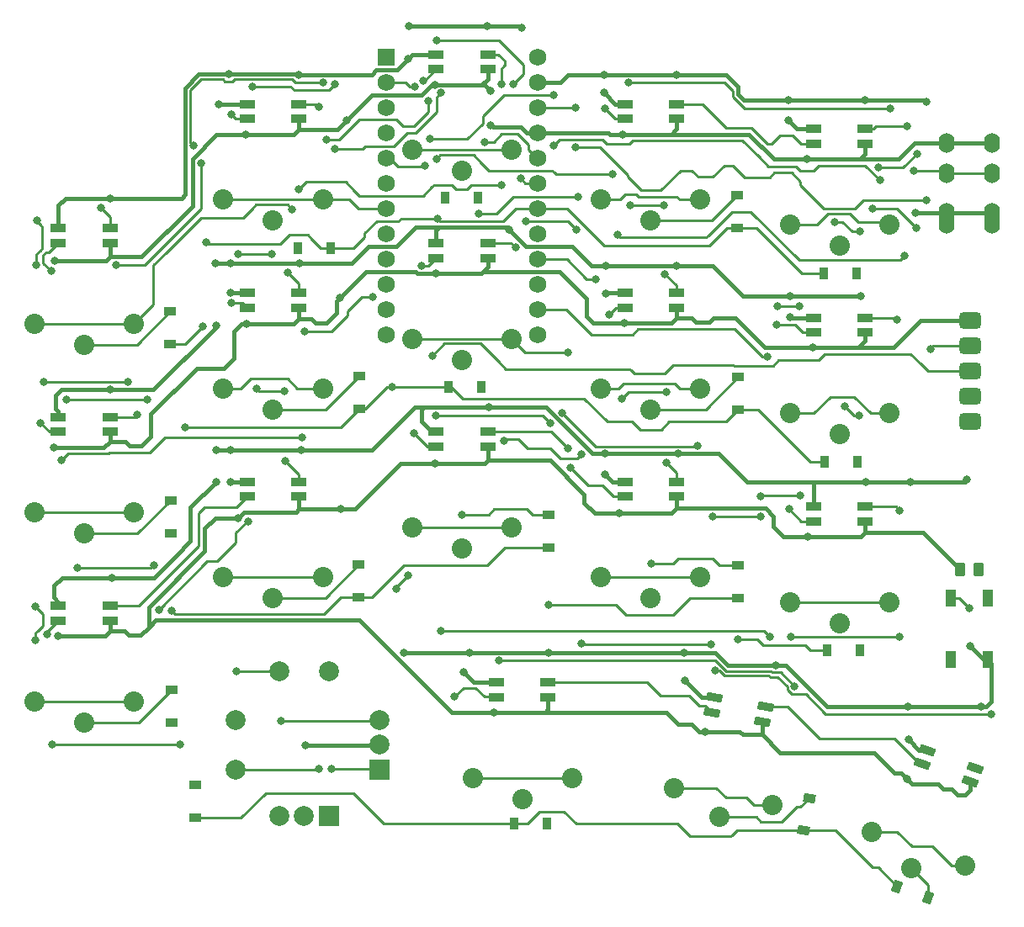
<source format=gbr>
%TF.GenerationSoftware,KiCad,Pcbnew,(6.0.5)*%
%TF.CreationDate,2022-11-22T22:37:01-08:00*%
%TF.ProjectId,bgkeeb,62676b65-6562-42e6-9b69-6361645f7063,rev?*%
%TF.SameCoordinates,Original*%
%TF.FileFunction,Copper,L2,Bot*%
%TF.FilePolarity,Positive*%
%FSLAX46Y46*%
G04 Gerber Fmt 4.6, Leading zero omitted, Abs format (unit mm)*
G04 Created by KiCad (PCBNEW (6.0.5)) date 2022-11-22 22:37:01*
%MOMM*%
%LPD*%
G01*
G04 APERTURE LIST*
G04 Aperture macros list*
%AMRoundRect*
0 Rectangle with rounded corners*
0 $1 Rounding radius*
0 $2 $3 $4 $5 $6 $7 $8 $9 X,Y pos of 4 corners*
0 Add a 4 corners polygon primitive as box body*
4,1,4,$2,$3,$4,$5,$6,$7,$8,$9,$2,$3,0*
0 Add four circle primitives for the rounded corners*
1,1,$1+$1,$2,$3*
1,1,$1+$1,$4,$5*
1,1,$1+$1,$6,$7*
1,1,$1+$1,$8,$9*
0 Add four rect primitives between the rounded corners*
20,1,$1+$1,$2,$3,$4,$5,0*
20,1,$1+$1,$4,$5,$6,$7,0*
20,1,$1+$1,$6,$7,$8,$9,0*
20,1,$1+$1,$8,$9,$2,$3,0*%
%AMRotRect*
0 Rectangle, with rotation*
0 The origin of the aperture is its center*
0 $1 length*
0 $2 width*
0 $3 Rotation angle, in degrees counterclockwise*
0 Add horizontal line*
21,1,$1,$2,0,0,$3*%
G04 Aperture macros list end*
%TA.AperFunction,SMDPad,CuDef*%
%ADD10RoundRect,0.082000X0.718000X-0.328000X0.718000X0.328000X-0.718000X0.328000X-0.718000X-0.328000X0*%
%TD*%
%TA.AperFunction,SMDPad,CuDef*%
%ADD11RoundRect,0.082000X0.650135X-0.447696X0.764049X0.198338X-0.650135X0.447696X-0.764049X-0.198338X0*%
%TD*%
%TA.AperFunction,ComponentPad*%
%ADD12C,2.032000*%
%TD*%
%TA.AperFunction,ComponentPad*%
%ADD13R,1.752600X1.752600*%
%TD*%
%TA.AperFunction,ComponentPad*%
%ADD14C,1.752600*%
%TD*%
%TA.AperFunction,ComponentPad*%
%ADD15R,2.000000X2.000000*%
%TD*%
%TA.AperFunction,ComponentPad*%
%ADD16C,2.000000*%
%TD*%
%TA.AperFunction,ComponentPad*%
%ADD17O,1.600000X2.000000*%
%TD*%
%TA.AperFunction,SMDPad,CuDef*%
%ADD18RoundRect,0.082000X0.562517X-0.553790X0.786882X0.062649X-0.562517X0.553790X-0.786882X-0.062649X0*%
%TD*%
%TA.AperFunction,SMDPad,CuDef*%
%ADD19R,1.200000X0.900000*%
%TD*%
%TA.AperFunction,SMDPad,CuDef*%
%ADD20R,0.900000X1.200000*%
%TD*%
%TA.AperFunction,SMDPad,CuDef*%
%ADD21RotRect,0.900000X1.200000X80.000000*%
%TD*%
%TA.AperFunction,SMDPad,CuDef*%
%ADD22RotRect,0.900000X1.200000X340.000000*%
%TD*%
%TA.AperFunction,ComponentPad*%
%ADD23RoundRect,0.425000X0.675000X0.425000X-0.675000X0.425000X-0.675000X-0.425000X0.675000X-0.425000X0*%
%TD*%
%TA.AperFunction,ComponentPad*%
%ADD24RoundRect,0.425000X0.675000X-0.425000X0.675000X0.425000X-0.675000X0.425000X-0.675000X-0.425000X0*%
%TD*%
%TA.AperFunction,SMDPad,CuDef*%
%ADD25RoundRect,0.250000X-0.262500X-0.450000X0.262500X-0.450000X0.262500X0.450000X-0.262500X0.450000X0*%
%TD*%
%TA.AperFunction,SMDPad,CuDef*%
%ADD26R,1.100000X1.800000*%
%TD*%
%TA.AperFunction,ViaPad*%
%ADD27C,0.800000*%
%TD*%
%TA.AperFunction,Conductor*%
%ADD28C,0.381000*%
%TD*%
%TA.AperFunction,Conductor*%
%ADD29C,0.254000*%
%TD*%
G04 APERTURE END LIST*
D10*
%TO.P,D47,1,VDD*%
%TO.N,+5V*%
X82597588Y-41196489D03*
%TO.P,D47,2,DOUT*%
%TO.N,Net-(D47-Pad2)*%
X82597588Y-39696489D03*
%TO.P,D47,3,VSS*%
%TO.N,GND*%
X77397588Y-39696489D03*
%TO.P,D47,4,DIN*%
%TO.N,Net-(D46-Pad2)*%
X77397588Y-41196489D03*
%TD*%
%TO.P,D48,1,VDD*%
%TO.N,+5V*%
X101597587Y-36196489D03*
%TO.P,D48,2,DOUT*%
%TO.N,Net-(D48-Pad2)*%
X101597587Y-34696489D03*
%TO.P,D48,3,VSS*%
%TO.N,GND*%
X96397587Y-34696489D03*
%TO.P,D48,4,DIN*%
%TO.N,Net-(D47-Pad2)*%
X96397587Y-36196489D03*
%TD*%
%TO.P,D54,1,VDD*%
%TO.N,+5V*%
X139597585Y-43696490D03*
%TO.P,D54,2,DOUT*%
%TO.N,Net-(D54-Pad2)*%
X139597585Y-42196490D03*
%TO.P,D54,3,VSS*%
%TO.N,GND*%
X134397585Y-42196490D03*
%TO.P,D54,4,DIN*%
%TO.N,Net-(D53-Pad2)*%
X134397585Y-43696490D03*
%TD*%
%TO.P,D55,1,VDD*%
%TO.N,+5V*%
X139597585Y-62696489D03*
%TO.P,D55,2,DOUT*%
%TO.N,Net-(D55-Pad2)*%
X139597585Y-61196489D03*
%TO.P,D55,3,VSS*%
%TO.N,GND*%
X134397585Y-61196489D03*
%TO.P,D55,4,DIN*%
%TO.N,Net-(D54-Pad2)*%
X134397585Y-62696489D03*
%TD*%
%TO.P,D42,1,VDD*%
%TO.N,+5V*%
X63597589Y-72696487D03*
%TO.P,D42,2,DOUT*%
%TO.N,Net-(D42-Pad2)*%
X63597589Y-71196487D03*
%TO.P,D42,3,VSS*%
%TO.N,GND*%
X58397589Y-71196487D03*
%TO.P,D42,4,DIN*%
%TO.N,Net-(D41-Pad2)*%
X58397589Y-72696487D03*
%TD*%
%TO.P,D46,1,VDD*%
%TO.N,+5V*%
X82597588Y-60196488D03*
%TO.P,D46,2,DOUT*%
%TO.N,Net-(D46-Pad2)*%
X82597588Y-58696488D03*
%TO.P,D46,3,VSS*%
%TO.N,GND*%
X77397588Y-58696488D03*
%TO.P,D46,4,DIN*%
%TO.N,Net-(D45-Pad2)*%
X77397588Y-60196488D03*
%TD*%
%TO.P,D49,1,VDD*%
%TO.N,+5V*%
X101597587Y-55196488D03*
%TO.P,D49,2,DOUT*%
%TO.N,Net-(D49-Pad2)*%
X101597587Y-53696488D03*
%TO.P,D49,3,VSS*%
%TO.N,GND*%
X96397587Y-53696488D03*
%TO.P,D49,4,DIN*%
%TO.N,Net-(D48-Pad2)*%
X96397587Y-55196488D03*
%TD*%
%TO.P,D53,1,VDD*%
%TO.N,+5V*%
X120597586Y-41196489D03*
%TO.P,D53,2,DOUT*%
%TO.N,Net-(D53-Pad2)*%
X120597586Y-39696489D03*
%TO.P,D53,3,VSS*%
%TO.N,GND*%
X115397586Y-39696489D03*
%TO.P,D53,4,DIN*%
%TO.N,Net-(D52-Pad2)*%
X115397586Y-41196489D03*
%TD*%
%TO.P,D56,1,VDD*%
%TO.N,+5V*%
X139597585Y-81696488D03*
%TO.P,D56,2,DOUT*%
%TO.N,Net-(D56-Pad2)*%
X139597585Y-80196488D03*
%TO.P,D56,3,VSS*%
%TO.N,GND*%
X134397585Y-80196488D03*
%TO.P,D56,4,DIN*%
%TO.N,Net-(D55-Pad2)*%
X134397585Y-81696488D03*
%TD*%
%TO.P,D43,1,VDD*%
%TO.N,+5V*%
X63597588Y-91696486D03*
%TO.P,D43,2,DOUT*%
%TO.N,Net-(D43-Pad2)*%
X63597588Y-90196486D03*
%TO.P,D43,3,VSS*%
%TO.N,GND*%
X58397588Y-90196486D03*
%TO.P,D43,4,DIN*%
%TO.N,Net-(D42-Pad2)*%
X58397588Y-91696486D03*
%TD*%
%TO.P,D50,1,VDD*%
%TO.N,+5V*%
X101597586Y-74196488D03*
%TO.P,D50,2,DOUT*%
%TO.N,Net-(D50-Pad2)*%
X101597586Y-72696488D03*
%TO.P,D50,3,VSS*%
%TO.N,GND*%
X96397586Y-72696488D03*
%TO.P,D50,4,DIN*%
%TO.N,Net-(D49-Pad2)*%
X96397586Y-74196488D03*
%TD*%
%TO.P,D57,1,VDD*%
%TO.N,+5V*%
X107678593Y-99384405D03*
%TO.P,D57,2,DOUT*%
%TO.N,Net-(D57-Pad2)*%
X107678593Y-97884405D03*
%TO.P,D57,3,VSS*%
%TO.N,GND*%
X102478593Y-97884405D03*
%TO.P,D57,4,DIN*%
%TO.N,Net-(D56-Pad2)*%
X102478593Y-99384405D03*
%TD*%
D11*
%TO.P,D59,1,VDD*%
%TO.N,+5V*%
X129276071Y-101828025D03*
%TO.P,D59,2,DOUT*%
%TO.N,Net-(D59-Pad2)*%
X129536543Y-100350813D03*
%TO.P,D59,3,VSS*%
%TO.N,GND*%
X124415543Y-99447843D03*
%TO.P,D59,4,DIN*%
%TO.N,Net-(D57-Pad2)*%
X124155070Y-100925054D03*
%TD*%
D12*
%TO.P,SW2,1,1*%
%TO.N,Net-(D10-Pad2)*%
X79997588Y-51426488D03*
%TO.P,SW2,2,2*%
%TO.N,col1*%
X84997588Y-49326488D03*
X74997588Y-49326488D03*
%TD*%
%TO.P,SW3,1,1*%
%TO.N,Net-(D18-Pad2)*%
X98997587Y-46426488D03*
%TO.P,SW3,2,2*%
%TO.N,col2*%
X93997587Y-44326488D03*
X103997587Y-44326488D03*
%TD*%
%TO.P,SW4,1,1*%
%TO.N,Net-(D27-Pad2)*%
X117997586Y-51426488D03*
%TO.P,SW4,2,2*%
%TO.N,col3*%
X112997586Y-49326488D03*
X122997586Y-49326488D03*
%TD*%
%TO.P,SW5,1,1*%
%TO.N,Net-(D31-Pad2)*%
X136997585Y-53926489D03*
%TO.P,SW5,2,2*%
%TO.N,col4*%
X131997585Y-51826489D03*
X141997585Y-51826489D03*
%TD*%
%TO.P,SW11,1,1*%
%TO.N,Net-(D11-Pad2)*%
X60997589Y-82926486D03*
%TO.P,SW11,2,2*%
%TO.N,col0*%
X65997589Y-80826486D03*
X55997589Y-80826486D03*
%TD*%
%TO.P,SW12,1,1*%
%TO.N,Net-(D12-Pad2)*%
X79997588Y-70426487D03*
%TO.P,SW12,2,2*%
%TO.N,col1*%
X84997588Y-68326487D03*
X74997588Y-68326487D03*
%TD*%
%TO.P,SW13,1,1*%
%TO.N,Net-(D13-Pad2)*%
X98997587Y-65426487D03*
%TO.P,SW13,2,2*%
%TO.N,col2*%
X103997587Y-63326487D03*
X93997587Y-63326487D03*
%TD*%
%TO.P,SW14,1,1*%
%TO.N,Net-(D14-Pad2)*%
X117997586Y-70426487D03*
%TO.P,SW14,2,2*%
%TO.N,col3*%
X122997586Y-68326487D03*
X112997586Y-68326487D03*
%TD*%
%TO.P,SW15,1,1*%
%TO.N,Net-(D15-Pad2)*%
X136997585Y-72926488D03*
%TO.P,SW15,2,2*%
%TO.N,col4*%
X141997585Y-70826488D03*
X131997585Y-70826488D03*
%TD*%
%TO.P,SW21,1,1*%
%TO.N,Net-(D21-Pad2)*%
X60997588Y-101926485D03*
%TO.P,SW21,2,2*%
%TO.N,col0*%
X55997588Y-99826485D03*
X65997588Y-99826485D03*
%TD*%
%TO.P,SW22,1,1*%
%TO.N,Net-(D17-Pad2)*%
X79997587Y-89426486D03*
%TO.P,SW22,2,2*%
%TO.N,col1*%
X74997587Y-87326486D03*
X84997587Y-87326486D03*
%TD*%
%TO.P,SW23,1,1*%
%TO.N,Net-(D20-Pad2)*%
X98997586Y-84426487D03*
%TO.P,SW23,2,2*%
%TO.N,col2*%
X93997586Y-82326487D03*
X103997586Y-82326487D03*
%TD*%
%TO.P,SW24,1,1*%
%TO.N,Net-(D24-Pad2)*%
X117997586Y-89426487D03*
%TO.P,SW24,2,2*%
%TO.N,col3*%
X122997586Y-87326487D03*
X112997586Y-87326487D03*
%TD*%
%TO.P,SW25,1,1*%
%TO.N,Net-(D25-Pad2)*%
X136997585Y-91926487D03*
%TO.P,SW25,2,2*%
%TO.N,col4*%
X131997585Y-89826487D03*
X141997585Y-89826487D03*
%TD*%
%TO.P,SW34,1,1*%
%TO.N,Net-(D30-Pad2)*%
X124939150Y-111451122D03*
%TO.P,SW34,2,2*%
%TO.N,col3*%
X130227850Y-110251266D03*
X120379772Y-108514785D03*
%TD*%
%TO.P,SW35,1,1*%
%TO.N,Net-(D35-Pad2)*%
X144230196Y-116620142D03*
%TO.P,SW35,2,2*%
%TO.N,col4*%
X149646902Y-116356889D03*
X140249975Y-112936687D03*
%TD*%
%TO.P,SW1,1,1*%
%TO.N,Net-(D1-Pad2)*%
X60997589Y-63926487D03*
%TO.P,SW1,2,2*%
%TO.N,col0*%
X65997589Y-61826487D03*
X55997589Y-61826487D03*
%TD*%
D10*
%TO.P,D41,1,VDD*%
%TO.N,+5V*%
X63597589Y-53696488D03*
%TO.P,D41,2,DOUT*%
%TO.N,Net-(D41-Pad2)*%
X63597589Y-52196488D03*
%TO.P,D41,3,VSS*%
%TO.N,GND*%
X58397589Y-52196488D03*
%TO.P,D41,4,DIN*%
%TO.N,led*%
X58397589Y-53696488D03*
%TD*%
%TO.P,D45,1,VDD*%
%TO.N,+5V*%
X82597587Y-79196487D03*
%TO.P,D45,2,DOUT*%
%TO.N,Net-(D45-Pad2)*%
X82597587Y-77696487D03*
%TO.P,D45,3,VSS*%
%TO.N,GND*%
X77397587Y-77696487D03*
%TO.P,D45,4,DIN*%
%TO.N,Net-(D43-Pad2)*%
X77397587Y-79196487D03*
%TD*%
D13*
%TO.P,U1,1,TX0/PD3*%
%TO.N,led*%
X91369593Y-34978404D03*
D14*
%TO.P,U1,2,RX1/PD2*%
%TO.N,data*%
X91369593Y-37518404D03*
%TO.P,U1,3,GND*%
%TO.N,GND*%
X91369593Y-40058404D03*
%TO.P,U1,4,GND*%
X91369593Y-42598404D03*
%TO.P,U1,5,2/PD1*%
%TO.N,sda*%
X91369593Y-45138404D03*
%TO.P,U1,6,3/PD0*%
%TO.N,scl*%
X91369593Y-47678404D03*
%TO.P,U1,7,4/PD4*%
%TO.N,col1*%
X91369593Y-50218404D03*
%TO.P,U1,8,5/PC6*%
%TO.N,unconnected-(U1-Pad8)*%
X91369593Y-52758404D03*
%TO.P,U1,9,6/PD7*%
%TO.N,row1*%
X91369593Y-55298404D03*
%TO.P,U1,10,7/PE6*%
%TO.N,row3*%
X91369593Y-57838404D03*
%TO.P,U1,11,8/PB4*%
%TO.N,ENC1A*%
X91369593Y-60378404D03*
%TO.P,U1,12,9/PB5*%
%TO.N,ENC1B*%
X91369593Y-62918404D03*
%TO.P,U1,13,10/PB6*%
%TO.N,unconnected-(U1-Pad13)*%
X106609593Y-62918404D03*
%TO.P,U1,14,16/PB2*%
%TO.N,col4*%
X106609593Y-60378404D03*
%TO.P,U1,15,14/PB3*%
%TO.N,row2*%
X106609593Y-57838404D03*
%TO.P,U1,16,15/PB1*%
%TO.N,col3*%
X106609593Y-55298404D03*
%TO.P,U1,17,A0/PF7*%
%TO.N,unconnected-(U1-Pad17)*%
X106609593Y-52758404D03*
%TO.P,U1,18,A1/PF6*%
%TO.N,row0*%
X106609593Y-50218404D03*
%TO.P,U1,19,A2/PF5*%
%TO.N,col2*%
X106609593Y-47678404D03*
%TO.P,U1,20,A3/PF4*%
%TO.N,col0*%
X106609593Y-45138404D03*
%TO.P,U1,21,VCC*%
%TO.N,+5V*%
X106609593Y-42598404D03*
%TO.P,U1,22,RST*%
%TO.N,RESET*%
X106609593Y-40058404D03*
%TO.P,U1,23,GND*%
%TO.N,GND*%
X106609593Y-37518404D03*
%TO.P,U1,24,RAW*%
%TO.N,unconnected-(U1-Pad24)*%
X106609593Y-34978404D03*
%TD*%
D15*
%TO.P,SW42,A,A*%
%TO.N,ENC1A*%
X90741593Y-106693404D03*
D16*
%TO.P,SW42,B,B*%
%TO.N,ENC1B*%
X90741593Y-101693404D03*
%TO.P,SW42,C,C*%
%TO.N,GND*%
X90741593Y-104193404D03*
%TO.P,SW42,S1,S1*%
%TO.N,col1*%
X76241593Y-101693404D03*
%TO.P,SW42,S2,S2*%
%TO.N,Net-(D37-Pad2)*%
X76241593Y-106693404D03*
%TD*%
D10*
%TO.P,D51,1,VDD*%
%TO.N,+5V*%
X120597586Y-79196488D03*
%TO.P,D51,2,DOUT*%
%TO.N,Net-(D51-Pad2)*%
X120597586Y-77696488D03*
%TO.P,D51,3,VSS*%
%TO.N,GND*%
X115397586Y-77696488D03*
%TO.P,D51,4,DIN*%
%TO.N,Net-(D50-Pad2)*%
X115397586Y-79196488D03*
%TD*%
D12*
%TO.P,SW6,1,1*%
%TO.N,Net-(D26-Pad2)*%
X105078593Y-109614404D03*
%TO.P,SW6,2,2*%
%TO.N,col2*%
X110078593Y-107514404D03*
X100078593Y-107514404D03*
%TD*%
D17*
%TO.P,U3,1,SLEEVE*%
%TO.N,GND*%
X147743593Y-51739404D03*
%TO.P,U3,2,TIP*%
X152343593Y-50639404D03*
%TO.P,U3,3,RING1*%
%TO.N,data*%
X152343593Y-46639404D03*
%TO.P,U3,4,RING2*%
%TO.N,+5V*%
X152343593Y-43639404D03*
%TD*%
D10*
%TO.P,D52,1,VDD*%
%TO.N,+5V*%
X120597586Y-60196488D03*
%TO.P,D52,2,DOUT*%
%TO.N,Net-(D52-Pad2)*%
X120597586Y-58696488D03*
%TO.P,D52,3,VSS*%
%TO.N,GND*%
X115397586Y-58696488D03*
%TO.P,D52,4,DIN*%
%TO.N,Net-(D51-Pad2)*%
X115397586Y-60196488D03*
%TD*%
D18*
%TO.P,D60,1,VDD*%
%TO.N,+5V*%
X150172263Y-107896340D03*
%TO.P,D60,2,DOUT*%
%TO.N,unconnected-(D60-Pad2)*%
X150685293Y-106486801D03*
%TO.P,D60,3,VSS*%
%TO.N,GND*%
X145798891Y-104708297D03*
%TO.P,D60,4,DIN*%
%TO.N,Net-(D59-Pad2)*%
X145285861Y-106117836D03*
%TD*%
D19*
%TO.P,D1,1,K*%
%TO.N,row0*%
X69665293Y-63857204D03*
%TO.P,D1,2,A*%
%TO.N,Net-(D1-Pad2)*%
X69665293Y-60557204D03*
%TD*%
D20*
%TO.P,D2,1,K*%
%TO.N,row0*%
X85818693Y-54168104D03*
%TO.P,D2,2,A*%
%TO.N,Net-(D10-Pad2)*%
X82518693Y-54168104D03*
%TD*%
%TO.P,D3,1,K*%
%TO.N,row0*%
X97326893Y-49100804D03*
%TO.P,D3,2,A*%
%TO.N,Net-(D18-Pad2)*%
X100626893Y-49100804D03*
%TD*%
D19*
%TO.P,D4,1,K*%
%TO.N,row0*%
X126726393Y-52160504D03*
%TO.P,D4,2,A*%
%TO.N,Net-(D27-Pad2)*%
X126726393Y-48860504D03*
%TD*%
%TO.P,D11,1,K*%
%TO.N,row1*%
X69677993Y-82869104D03*
%TO.P,D11,2,A*%
%TO.N,Net-(D11-Pad2)*%
X69677993Y-79569104D03*
%TD*%
%TO.P,D12,1,K*%
%TO.N,row1*%
X88677193Y-70359604D03*
%TO.P,D12,2,A*%
%TO.N,Net-(D12-Pad2)*%
X88677193Y-67059604D03*
%TD*%
D20*
%TO.P,D13,1,K*%
%TO.N,row1*%
X97631693Y-68201604D03*
%TO.P,D13,2,A*%
%TO.N,Net-(D13-Pad2)*%
X100931693Y-68201604D03*
%TD*%
D19*
%TO.P,D14,1,K*%
%TO.N,row1*%
X126802593Y-70448504D03*
%TO.P,D14,2,A*%
%TO.N,Net-(D14-Pad2)*%
X126802593Y-67148504D03*
%TD*%
D20*
%TO.P,D15,1,K*%
%TO.N,row1*%
X135477693Y-75694604D03*
%TO.P,D15,2,A*%
%TO.N,Net-(D15-Pad2)*%
X138777693Y-75694604D03*
%TD*%
D19*
%TO.P,D21,1,K*%
%TO.N,row2*%
X69779593Y-101919104D03*
%TO.P,D21,2,A*%
%TO.N,Net-(D21-Pad2)*%
X69779593Y-98619104D03*
%TD*%
%TO.P,D22,1,K*%
%TO.N,row2*%
X88613693Y-89371504D03*
%TO.P,D22,2,A*%
%TO.N,Net-(D17-Pad2)*%
X88613693Y-86071504D03*
%TD*%
%TO.P,D23,1,K*%
%TO.N,row2*%
X107752593Y-84367704D03*
%TO.P,D23,2,A*%
%TO.N,Net-(D20-Pad2)*%
X107752593Y-81067704D03*
%TD*%
%TO.P,D24,1,K*%
%TO.N,row2*%
X126739093Y-89396904D03*
%TO.P,D24,2,A*%
%TO.N,Net-(D24-Pad2)*%
X126739093Y-86096904D03*
%TD*%
D20*
%TO.P,D25,1,K*%
%TO.N,row2*%
X135757093Y-94693804D03*
%TO.P,D25,2,A*%
%TO.N,Net-(D25-Pad2)*%
X139057093Y-94693804D03*
%TD*%
D21*
%TO.P,D34,1,K*%
%TO.N,row3*%
X133374074Y-112790637D03*
%TO.P,D34,2,A*%
%TO.N,Net-(D30-Pad2)*%
X133947112Y-109540771D03*
%TD*%
D22*
%TO.P,D35,1,K*%
%TO.N,row3*%
X142778100Y-118424571D03*
%TO.P,D35,2,A*%
%TO.N,Net-(D35-Pad2)*%
X145879086Y-119553237D03*
%TD*%
D23*
%TO.P,J1,1,Pin_1*%
%TO.N,+5V*%
X150189593Y-61521404D03*
D24*
%TO.P,J1,2,Pin_2*%
%TO.N,sda*%
X150189593Y-64061404D03*
%TO.P,J1,3,Pin_3*%
%TO.N,scl*%
X150189593Y-66601404D03*
%TO.P,J1,4,Pin_4*%
%TO.N,unconnected-(J1-Pad4)*%
X150189593Y-69141404D03*
%TO.P,J1,5,Pin_5*%
%TO.N,GND*%
X150189593Y-71681404D03*
%TD*%
D19*
%TO.P,D81,1,K*%
%TO.N,row3*%
X72192593Y-111558404D03*
%TO.P,D81,2,A*%
%TO.N,Net-(D37-Pad2)*%
X72192593Y-108258404D03*
%TD*%
D20*
%TO.P,D6,1,K*%
%TO.N,row3*%
X104222993Y-112118204D03*
%TO.P,D6,2,A*%
%TO.N,Net-(D26-Pad2)*%
X107522993Y-112118204D03*
%TD*%
D17*
%TO.P,U4,1,SLEEVE*%
%TO.N,GND*%
X152343593Y-51739404D03*
%TO.P,U4,2,TIP*%
X147743593Y-50639404D03*
%TO.P,U4,3,RING1*%
%TO.N,data*%
X147743593Y-46639404D03*
%TO.P,U4,4,RING2*%
%TO.N,+5V*%
X147743593Y-43639404D03*
%TD*%
D15*
%TO.P,SW7,A,A*%
%TO.N,ENC1A*%
X85614593Y-111312404D03*
D16*
%TO.P,SW7,B,B*%
%TO.N,ENC1B*%
X80614593Y-111312404D03*
%TO.P,SW7,C,C*%
%TO.N,GND*%
X83114593Y-111312404D03*
%TO.P,SW7,S1,S1*%
%TO.N,col1*%
X80614593Y-96812404D03*
%TO.P,SW7,S2,S2*%
%TO.N,Net-(D37-Pad2)*%
X85614593Y-96812404D03*
%TD*%
D20*
%TO.P,D5,1,K*%
%TO.N,row0*%
X135452293Y-56733504D03*
%TO.P,D5,2,A*%
%TO.N,Net-(D31-Pad2)*%
X138752293Y-56733504D03*
%TD*%
D25*
%TO.P,R1,1*%
%TO.N,+5V*%
X149131093Y-86540404D03*
%TO.P,R1,2*%
%TO.N,RESET*%
X150956093Y-86540404D03*
%TD*%
D26*
%TO.P,SW8,1,1*%
%TO.N,GND*%
X151893593Y-95634804D03*
%TO.P,SW8,2,2*%
%TO.N,RESET*%
X148193593Y-89434804D03*
%TO.P,SW8,3*%
%TO.N,N/C*%
X148193593Y-95634804D03*
%TO.P,SW8,4*%
X151893593Y-89434804D03*
%TD*%
D27*
%TO.N,GND*%
X144620693Y-50675604D03*
X113483393Y-58740104D03*
X63823293Y-87353204D03*
X74224593Y-55717504D03*
X113483393Y-56009604D03*
X139134293Y-59057604D03*
X143909493Y-100358004D03*
X121370093Y-94909704D03*
X144138093Y-77739304D03*
X131831793Y-39296404D03*
X75726293Y-77713904D03*
X120630393Y-56009604D03*
X74272293Y-62016704D03*
X74542093Y-39702804D03*
X150145193Y-94262004D03*
X107752593Y-94909704D03*
X130561793Y-96179704D03*
X83292393Y-104269604D03*
X93706393Y-31828804D03*
X74272293Y-74513504D03*
X99741993Y-94909704D03*
X139642293Y-77739304D03*
X113378693Y-74894504D03*
X82631993Y-55717504D03*
X82619293Y-36731004D03*
X93134893Y-94909704D03*
X63594693Y-68455604D03*
X113277093Y-36743704D03*
X120566893Y-36756404D03*
X139540693Y-39334504D03*
X149814993Y-77523404D03*
X113277093Y-38534404D03*
X145750993Y-39461504D03*
X113402593Y-76948404D03*
X82809793Y-74513504D03*
X120744693Y-74894504D03*
X75726293Y-55717504D03*
X63645476Y-49179894D03*
X132025393Y-59057604D03*
X131831793Y-41341104D03*
X151250093Y-100358004D03*
X103790193Y-52339304D03*
X101707393Y-70233604D03*
X75726293Y-58689304D03*
X75558093Y-36685956D03*
X105009393Y-31981204D03*
X75726293Y-74513504D03*
X93587593Y-35153404D03*
X121468593Y-97744404D03*
X132025393Y-61165804D03*
X99192593Y-96888404D03*
X143972993Y-103685404D03*
X101529593Y-31866904D03*
X74272293Y-77718704D03*
%TO.N,+5V*%
X57955893Y-74272204D03*
X115321793Y-61750004D03*
X101882593Y-38328404D03*
X149131093Y-86540404D03*
X134333693Y-64201104D03*
X123487893Y-102847204D03*
X96322593Y-75859704D03*
X86852087Y-80466110D03*
X86740443Y-59203654D03*
X77259893Y-42788904D03*
X87407193Y-41366504D03*
X96360693Y-56733504D03*
X102202693Y-100929504D03*
X58006693Y-55476204D03*
X133774893Y-83251104D03*
X96322593Y-37772404D03*
X58400393Y-93246004D03*
X133736793Y-45252704D03*
X101912593Y-41818404D03*
X77297993Y-61813504D03*
X115220193Y-42738104D03*
X143833293Y-107635104D03*
X114851893Y-80876204D03*
X76447093Y-81371504D03*
%TO.N,Net-(D1-Pad2)*%
X69665293Y-60557204D03*
%TO.N,row0*%
X97326893Y-49100804D03*
X72912593Y-62068404D03*
X135452293Y-56733504D03*
X85818693Y-54168104D03*
X96522593Y-51198404D03*
X73232593Y-53638404D03*
X126726393Y-52160504D03*
X69665293Y-63870904D03*
%TO.N,Net-(D10-Pad2)*%
X82518693Y-54168104D03*
%TO.N,Net-(D11-Pad2)*%
X69677993Y-79569104D03*
%TO.N,row1*%
X135477693Y-75694604D03*
X71151193Y-72252904D03*
X88677193Y-70359604D03*
X69698193Y-82882804D03*
X126802593Y-70448504D03*
X91988793Y-68201604D03*
X97631693Y-68201604D03*
%TO.N,Net-(D12-Pad2)*%
X88677193Y-67059604D03*
%TO.N,Net-(D13-Pad2)*%
X100931693Y-68201604D03*
%TO.N,Net-(D14-Pad2)*%
X126802593Y-67148504D03*
%TO.N,Net-(D15-Pad2)*%
X138777693Y-75694604D03*
%TO.N,Net-(D17-Pad2)*%
X88613693Y-86071504D03*
%TO.N,Net-(D18-Pad2)*%
X100626893Y-49100804D03*
%TO.N,Net-(D20-Pad2)*%
X99032593Y-80998404D03*
X107752593Y-81067704D03*
%TO.N,Net-(D21-Pad2)*%
X69779593Y-98619104D03*
%TO.N,row2*%
X135757093Y-94693804D03*
X107752593Y-84367704D03*
X69772593Y-90708404D03*
X69779593Y-101919104D03*
X126739093Y-89396904D03*
X88613693Y-89371504D03*
X126762593Y-93538404D03*
X107692593Y-90118404D03*
%TO.N,Net-(D24-Pad2)*%
X126739093Y-86096904D03*
X118042593Y-85968404D03*
%TO.N,Net-(D25-Pad2)*%
X139057093Y-94693804D03*
%TO.N,Net-(D26-Pad2)*%
X107522993Y-112118204D03*
%TO.N,Net-(D27-Pad2)*%
X126726393Y-48860504D03*
%TO.N,Net-(D30-Pad2)*%
X133947112Y-109540771D03*
%TO.N,Net-(D31-Pad2)*%
X138752293Y-56733504D03*
%TO.N,row3*%
X104222993Y-112118204D03*
X90072593Y-59078404D03*
X82912593Y-73228404D03*
X58702593Y-75548404D03*
X57742593Y-104138404D03*
X72192593Y-111558404D03*
X133381193Y-112791304D03*
X142778100Y-118424571D03*
X56102593Y-93628404D03*
X70672593Y-104118404D03*
X56102593Y-90258404D03*
X83172593Y-62568404D03*
%TO.N,Net-(D35-Pad2)*%
X145879086Y-119553237D03*
%TO.N,Net-(D37-Pad2)*%
X72192593Y-108258404D03*
X84638593Y-106606404D03*
%TO.N,Net-(D38-Pad2)*%
X65410793Y-67665104D03*
X56914493Y-67655504D03*
%TO.N,Net-(D40-Pad2)*%
X59175093Y-69408104D03*
X67303093Y-69471604D03*
%TO.N,led*%
X85044993Y-37521504D03*
X57662593Y-56498404D03*
X71976693Y-43906504D03*
X72725993Y-45633704D03*
X64178893Y-55908004D03*
%TO.N,Net-(D41-Pad2)*%
X56241393Y-51399504D03*
X62680293Y-50154904D03*
X56152593Y-55888404D03*
X56622593Y-71828404D03*
%TO.N,Net-(D42-Pad2)*%
X66299793Y-70970204D03*
X57244693Y-93080904D03*
%TO.N,Net-(D45-Pad2)*%
X75782593Y-59738404D03*
X78352593Y-68368404D03*
X81252593Y-75608404D03*
X81142593Y-68588404D03*
%TO.N,Net-(D46-Pad2)*%
X75792593Y-40718404D03*
X79882593Y-54788404D03*
X76452593Y-54758404D03*
X81450893Y-56619204D03*
%TO.N,Net-(D47-Pad2)*%
X84638593Y-39956804D03*
X85375193Y-43296904D03*
X95152593Y-37328404D03*
X95636793Y-39410704D03*
%TO.N,Net-(D48-Pad2)*%
X102952895Y-37717149D03*
X94950993Y-55943004D03*
%TO.N,Net-(D49-Pad2)*%
X94142593Y-72788404D03*
X104392593Y-54128404D03*
%TO.N,Net-(D50-Pad2)*%
X109924293Y-76291504D03*
X109657593Y-74348404D03*
%TO.N,Net-(D51-Pad2)*%
X119601693Y-75796204D03*
X119562593Y-68668404D03*
X113792593Y-60908404D03*
X115092593Y-69328404D03*
%TO.N,Net-(D52-Pad2)*%
X113392593Y-40158404D03*
X119352593Y-49898404D03*
X115972593Y-49888404D03*
X119436593Y-56800104D03*
%TO.N,Net-(D54-Pad2)*%
X143802593Y-41948404D03*
X130712593Y-61918404D03*
X132972593Y-60018404D03*
X140932593Y-46088404D03*
X130782593Y-60018404D03*
X144782593Y-44718404D03*
%TO.N,Net-(D55-Pad2)*%
X142792593Y-61358404D03*
X131920693Y-80446504D03*
%TO.N,Net-(D56-Pad2)*%
X129990293Y-93334904D03*
X96881393Y-92725304D03*
X132129960Y-93278037D03*
X143071293Y-80584104D03*
X143045893Y-93284104D03*
X98278393Y-99367404D03*
%TO.N,Net-(D58-Pad2)*%
X67988893Y-86108604D03*
X77501193Y-81676304D03*
X60330793Y-86413404D03*
X68509593Y-90604404D03*
%TO.N,Net-(D61-Pad2)*%
X142080693Y-40134604D03*
X115766293Y-37534204D03*
%TO.N,Net-(D62-Pad2)*%
X139082593Y-52538404D03*
X136531076Y-51552187D03*
%TO.N,Net-(D64-Pad2)*%
X138982593Y-71048404D03*
X137542593Y-70088404D03*
%TO.N,Net-(D66-Pad2)*%
X129063193Y-81231804D03*
X124224493Y-81231804D03*
X124033993Y-94084204D03*
X129052593Y-79158404D03*
X133082593Y-79068404D03*
X111041893Y-94033404D03*
%TO.N,Net-(D67-Pad2)*%
X86213393Y-44185904D03*
X86213393Y-37683504D03*
X77932993Y-37930466D03*
X96933102Y-38564415D03*
%TO.N,Net-(D68-Pad2)*%
X132492193Y-98313304D03*
X102748793Y-95700204D03*
%TO.N,Net-(D69-Pad2)*%
X104142593Y-37688404D03*
X96482593Y-33318404D03*
%TO.N,Net-(D70-Pad2)*%
X100665993Y-50713704D03*
X103232593Y-73608404D03*
X111054425Y-74958172D03*
X110679292Y-49015103D03*
%TO.N,Net-(D71-Pad2)*%
X124525592Y-96729506D03*
X152266093Y-101120004D03*
%TO.N,RESET*%
X150068993Y-90439304D03*
X110412593Y-40078404D03*
X145702593Y-49408404D03*
X150956093Y-86540404D03*
X110470393Y-44058904D03*
%TO.N,col0*%
X102962593Y-47838404D03*
X81912593Y-50278404D03*
X101322593Y-43498404D03*
X82592593Y-48308404D03*
%TO.N,col1*%
X76352593Y-96798404D03*
%TO.N,col2*%
X109662593Y-64688404D03*
X105462593Y-51478404D03*
X104912593Y-47198404D03*
X110522593Y-52378404D03*
%TO.N,col3*%
X112442593Y-57298404D03*
%TO.N,col4*%
X129782593Y-65148404D03*
%TO.N,sda*%
X95792593Y-43228404D03*
X108272593Y-38798404D03*
X108272593Y-43828404D03*
X144752593Y-52138404D03*
X95312593Y-45928404D03*
X146162593Y-64348404D03*
X140362593Y-50208404D03*
X141092593Y-47378404D03*
%TO.N,scl*%
X96042593Y-65028404D03*
%TO.N,ENC1B*%
X80828593Y-101780404D03*
X93579393Y-87162704D03*
X92410993Y-88496204D03*
%TO.N,ENC1A*%
X85908593Y-106606404D03*
%TO.N,data*%
X94302593Y-37948404D03*
X96462593Y-45188404D03*
X143515793Y-54993604D03*
X114692593Y-52868404D03*
X114132593Y-46768404D03*
X144493693Y-46433804D03*
%TO.N,Net-(D39-Pad4)*%
X122738593Y-74104004D03*
X109105311Y-70773186D03*
X96424193Y-71024104D03*
X107930393Y-71846504D03*
%TD*%
D28*
%TO.N,GND*%
X96397586Y-72696488D02*
X95930677Y-72696488D01*
X110063993Y-54028404D02*
X112045193Y-56009604D01*
X82574245Y-36685956D02*
X82619293Y-36731004D01*
X89607492Y-54025205D02*
X92414192Y-54025205D01*
X93706393Y-31828804D02*
X101491493Y-31828804D01*
X94902593Y-71668404D02*
X94902593Y-70488804D01*
X71702593Y-83690304D02*
X71702593Y-80288404D01*
X94354093Y-52085304D02*
X96754393Y-52085304D01*
X63594693Y-68455604D02*
X67950793Y-68455604D01*
X74272293Y-74513504D02*
X82809793Y-74513504D01*
X144620693Y-50675604D02*
X147707393Y-50675604D01*
X94902593Y-70488804D02*
X95157793Y-70233604D01*
X105476094Y-54025205D02*
X107616092Y-54025205D01*
X107447793Y-70233604D02*
X112108693Y-74894504D01*
X96397587Y-52442110D02*
X96754393Y-52085304D01*
X151758093Y-100358004D02*
X152253393Y-99862704D01*
X147743593Y-50639404D02*
X147743593Y-51739404D01*
X58397589Y-71196487D02*
X58397589Y-70649900D01*
X134397585Y-77879396D02*
X134244793Y-77726604D01*
X139540693Y-39334504D02*
X145623993Y-39334504D01*
X107616092Y-54025205D02*
X107619291Y-54028404D01*
X58397589Y-52196488D02*
X58397589Y-49865608D01*
X124211793Y-56009604D02*
X120630393Y-56009604D01*
X82631993Y-55717504D02*
X87915193Y-55717504D01*
X125608793Y-36756404D02*
X126789893Y-37937504D01*
X77397588Y-58696488D02*
X75733477Y-58696488D01*
X127259793Y-59057604D02*
X124211793Y-56009604D01*
X90413894Y-36251603D02*
X92489394Y-36251603D01*
X94239793Y-70233604D02*
X94874793Y-70233604D01*
X139134293Y-59057604D02*
X127259793Y-59057604D01*
X112045193Y-56009604D02*
X120630393Y-56009604D01*
X75733477Y-58696488D02*
X75726293Y-58689304D01*
X100894593Y-52085304D02*
X103536193Y-52085304D01*
X58768693Y-87353204D02*
X63823293Y-87353204D01*
X101529593Y-31866904D02*
X104895093Y-31866904D01*
X103536193Y-52085304D02*
X103790193Y-52339304D01*
X145798891Y-104708297D02*
X144995886Y-104708297D01*
X114439178Y-39696489D02*
X113277093Y-38534404D01*
X126789893Y-38686804D02*
X127399493Y-39296404D01*
X74542093Y-39702804D02*
X77391273Y-39702804D01*
X82619293Y-36731004D02*
X89934493Y-36731004D01*
X58146393Y-69039804D02*
X58730593Y-68455604D01*
X59098893Y-49164304D02*
X70782893Y-49164304D01*
X95930677Y-72696488D02*
X94902593Y-71668404D01*
X58397588Y-90196486D02*
X58397588Y-89814199D01*
X102478593Y-97884405D02*
X100188594Y-97884405D01*
X77391273Y-39702804D02*
X77397588Y-39696489D01*
X94874793Y-70233604D02*
X95157793Y-70233604D01*
X132687179Y-42196490D02*
X131831793Y-41341104D01*
X70782893Y-49164304D02*
X71138493Y-48808704D01*
X152253393Y-95994604D02*
X151893593Y-95634804D01*
X107619291Y-54028404D02*
X110063993Y-54028404D01*
X74224593Y-55717504D02*
X82631993Y-55717504D01*
X93587593Y-35153404D02*
X94044508Y-34696489D01*
X96397587Y-53696488D02*
X96397587Y-52442110D01*
X87915193Y-55717504D02*
X89607492Y-54025205D01*
X58397589Y-70649900D02*
X58146393Y-70398704D01*
X126789893Y-37937504D02*
X126789893Y-38686804D01*
X132056078Y-61196489D02*
X132025393Y-61165804D01*
X131831793Y-39296404D02*
X139502593Y-39296404D01*
X101491493Y-31828804D02*
X101529593Y-31866904D01*
X71138493Y-48808704D02*
X71138493Y-38089904D01*
X139642293Y-77739304D02*
X144138093Y-77739304D01*
X134397585Y-42196490D02*
X132687179Y-42196490D01*
X94044508Y-34696489D02*
X96397587Y-34696489D01*
X67950793Y-68455604D02*
X74272293Y-62134104D01*
X82809793Y-74513504D02*
X89959893Y-74513504D01*
X113277093Y-36743704D02*
X120554193Y-36743704D01*
X93134893Y-94909704D02*
X107752593Y-94909704D01*
X135794193Y-100358004D02*
X143909493Y-100358004D01*
X58146393Y-70398704D02*
X58146393Y-69039804D01*
X58397588Y-89814199D02*
X57930493Y-89347104D01*
X58397589Y-49865608D02*
X59098893Y-49164304D01*
X100188594Y-97884405D02*
X99192593Y-96888404D01*
X134244793Y-77726604D02*
X139629593Y-77726604D01*
X92489394Y-36251603D02*
X93587593Y-35153404D01*
X127399493Y-39296404D02*
X131831793Y-39296404D01*
X115397586Y-58696488D02*
X113527009Y-58696488D01*
X57930493Y-88191404D02*
X58768693Y-87353204D01*
X89959893Y-74513504D02*
X94239793Y-70233604D01*
X58730593Y-68455604D02*
X63594693Y-68455604D01*
X147743593Y-50639404D02*
X152343593Y-50639404D01*
X120744693Y-74894504D02*
X124846793Y-74894504D01*
X130561793Y-96179704D02*
X131615893Y-96179704D01*
X139629593Y-77726604D02*
X139642293Y-77739304D01*
X124846793Y-74894504D02*
X127678893Y-77726604D01*
X96754393Y-52085304D02*
X100894593Y-52085304D01*
X151893593Y-95634804D02*
X151517993Y-95634804D01*
X57930493Y-89347104D02*
X57930493Y-88191404D01*
X115397586Y-77696488D02*
X114150677Y-77696488D01*
X149599093Y-77739304D02*
X149814993Y-77523404D01*
X83292393Y-104269604D02*
X90665393Y-104269604D01*
X107752593Y-94909704D02*
X124465793Y-94909704D01*
X90665393Y-104269604D02*
X90741593Y-104193404D01*
X101707393Y-70233604D02*
X107447793Y-70233604D01*
X89934493Y-36731004D02*
X90413894Y-36251603D01*
X71138493Y-38089904D02*
X72542441Y-36685956D01*
X120566893Y-36756404D02*
X125608793Y-36756404D01*
X134397585Y-80196488D02*
X134397585Y-77879396D01*
X75743710Y-77696487D02*
X75726293Y-77713904D01*
X144138093Y-77739304D02*
X149599093Y-77739304D01*
X127678893Y-77726604D02*
X134244793Y-77726604D01*
X68039693Y-87353204D02*
X70238543Y-85154354D01*
X145623993Y-39334504D02*
X145750993Y-39461504D01*
X151517993Y-95634804D02*
X150145193Y-94262004D01*
X125735793Y-96179704D02*
X130561793Y-96179704D01*
X95157793Y-70233604D02*
X101707393Y-70233604D01*
X114150677Y-77696488D02*
X113402593Y-76948404D01*
X77397587Y-77696487D02*
X75743710Y-77696487D01*
X115397586Y-39696489D02*
X114439178Y-39696489D01*
X143909493Y-100358004D02*
X151250093Y-100358004D01*
X152343593Y-50639404D02*
X152343593Y-51739404D01*
X103790193Y-52339304D02*
X105476094Y-54025205D01*
X63823293Y-87353204D02*
X68039693Y-87353204D01*
X108895593Y-37518404D02*
X109670293Y-36743704D01*
X124465793Y-94909704D02*
X125735793Y-96179704D01*
X113378693Y-74894504D02*
X120744693Y-74894504D01*
X104895093Y-31866904D02*
X105009393Y-31981204D01*
X123172032Y-99447843D02*
X121468593Y-97744404D01*
X134397585Y-61196489D02*
X132056078Y-61196489D01*
X139502593Y-39296404D02*
X139540693Y-39334504D01*
X147707393Y-50675604D02*
X147743593Y-50639404D01*
X131615893Y-96179704D02*
X135794193Y-100358004D01*
X92414192Y-54025205D02*
X94354093Y-52085304D01*
X75558093Y-36685956D02*
X82574245Y-36685956D01*
X112108693Y-74894504D02*
X113378693Y-74894504D01*
X120554193Y-36743704D02*
X120566893Y-36756404D01*
X113527009Y-58696488D02*
X113483393Y-58740104D01*
X144995886Y-104708297D02*
X143972993Y-103685404D01*
X151250093Y-100358004D02*
X151758093Y-100358004D01*
X106609593Y-37518404D02*
X108895593Y-37518404D01*
X124415543Y-99447843D02*
X123172032Y-99447843D01*
X71702593Y-80288404D02*
X74272293Y-77718704D01*
X109670293Y-36743704D02*
X113277093Y-36743704D01*
X72542441Y-36685956D02*
X75558093Y-36685956D01*
X70238543Y-85154354D02*
X71702593Y-83690304D01*
X152253393Y-99862704D02*
X152253393Y-95994604D01*
X74272293Y-62134104D02*
X74272293Y-62016704D01*
%TO.N,+5V*%
X86740443Y-59203654D02*
X89372494Y-56571603D01*
X145365801Y-82775112D02*
X149131093Y-86540404D01*
X107678593Y-99384405D02*
X107678593Y-100622504D01*
X94519193Y-56733504D02*
X96360693Y-56733504D01*
X105522593Y-42598404D02*
X104942593Y-42018404D01*
X58006693Y-55476204D02*
X59238593Y-55476204D01*
X107862400Y-75563111D02*
X111292593Y-78993304D01*
X66706593Y-93128404D02*
X67474593Y-92360404D01*
X97984751Y-100929504D02*
X102202693Y-100929504D01*
X122118343Y-102112654D02*
X122852893Y-102847204D01*
X130332593Y-82248404D02*
X131335293Y-83251104D01*
X92587251Y-95532004D02*
X97984751Y-100929504D01*
X138880293Y-64201104D02*
X142436293Y-64201104D01*
X104942593Y-42018404D02*
X102112593Y-42018404D01*
X113734293Y-42598404D02*
X113873993Y-42738104D01*
X129553200Y-80388311D02*
X130332593Y-81167704D01*
X122532593Y-61668404D02*
X123869207Y-61668404D01*
X107678593Y-100622504D02*
X107371593Y-100929504D01*
X111292593Y-79818404D02*
X112350393Y-80876204D01*
X77259893Y-42788904D02*
X82073193Y-42788904D01*
X96360693Y-56733504D02*
X100958093Y-56733504D01*
X147743593Y-43639404D02*
X152343593Y-43639404D01*
X142436293Y-64201104D02*
X145115993Y-61521404D01*
X76032593Y-62570904D02*
X76789993Y-61813504D01*
X129228293Y-103164704D02*
X131031693Y-104968104D01*
X143209593Y-107011404D02*
X143833293Y-107635104D01*
X112244193Y-61750004D02*
X111528693Y-61034504D01*
X85382593Y-61758404D02*
X86412593Y-60728404D01*
X120058893Y-42738104D02*
X120597586Y-42199411D01*
X67474593Y-90344004D02*
X67676393Y-90142204D01*
X71875093Y-45240004D02*
X74326193Y-42788904D01*
X86509188Y-42264509D02*
X87407193Y-41366504D01*
X120597586Y-42199411D02*
X120597586Y-41196489D01*
X120597586Y-80388311D02*
X120597586Y-79196488D01*
X100958093Y-56733504D02*
X101597587Y-56094010D01*
X66771389Y-55079608D02*
X71875093Y-49975904D01*
X67474593Y-92360404D02*
X67474593Y-90344004D01*
X107631991Y-56568404D02*
X107628792Y-56565205D01*
X92287192Y-56571603D02*
X92290391Y-56568404D01*
X129276071Y-101828025D02*
X129276071Y-103116926D01*
X148316393Y-108663804D02*
X148900593Y-109248004D01*
X134333693Y-64201104D02*
X138880293Y-64201104D01*
X59263993Y-55450804D02*
X63226393Y-55450804D01*
X120784643Y-102112654D02*
X119601493Y-100929504D01*
X122100900Y-61236711D02*
X122532593Y-61668404D01*
X65451383Y-93128404D02*
X66706593Y-93128404D01*
X67676393Y-90142204D02*
X73142593Y-84676004D01*
X129276071Y-103116926D02*
X129228293Y-103164704D01*
X139121593Y-83251104D02*
X139597585Y-82775112D01*
X108844793Y-56568404D02*
X107631991Y-56568404D01*
X65070788Y-92747809D02*
X65451383Y-93128404D01*
X127259793Y-103164704D02*
X129228293Y-103164704D01*
X120597586Y-61236711D02*
X122100900Y-61236711D01*
X63597588Y-92747809D02*
X63597588Y-91696486D01*
X74326193Y-42788904D02*
X77259893Y-42788904D01*
X76032593Y-65298404D02*
X76032593Y-62570904D01*
X89372494Y-56571603D02*
X92287192Y-56571603D01*
X82073193Y-61813504D02*
X82597588Y-61289109D01*
X101597586Y-75563111D02*
X107862400Y-75563111D01*
X111528693Y-61034504D02*
X111528693Y-59252304D01*
X63099393Y-93246004D02*
X63597588Y-92747809D01*
X127869393Y-42738104D02*
X130383993Y-45252704D01*
X139597585Y-44713212D02*
X139597585Y-43696490D01*
X106609593Y-42598404D02*
X113734293Y-42598404D01*
X139058093Y-45252704D02*
X142982393Y-45252704D01*
X107371593Y-100929504D02*
X119601493Y-100929504D01*
X76789993Y-61813504D02*
X77297993Y-61813504D01*
X77043993Y-80774604D02*
X82289093Y-80774604D01*
X91977658Y-38785205D02*
X91980857Y-38788404D01*
X126942293Y-102847204D02*
X127259793Y-103164704D01*
X82597588Y-61289109D02*
X83813298Y-61289109D01*
X67718843Y-70884654D02*
X72315093Y-66288404D01*
X82289093Y-80774604D02*
X82597587Y-80466110D01*
X88249087Y-80466110D02*
X92855493Y-75859704D01*
X84282593Y-61758404D02*
X85382593Y-61758404D01*
X140512293Y-104968104D02*
X142555593Y-107011404D01*
X123869207Y-61668404D02*
X124300900Y-61236711D01*
X96322593Y-75859704D02*
X101300993Y-75859704D01*
X83813298Y-61289109D02*
X84282593Y-61758404D01*
X75042593Y-66288404D02*
X76032593Y-65298404D01*
X74199493Y-81371504D02*
X76447093Y-81371504D01*
X67718843Y-73162154D02*
X67718843Y-70884654D01*
X82597588Y-42264509D02*
X86509188Y-42264509D01*
X142982393Y-45252704D02*
X144595693Y-43639404D01*
X101300993Y-75859704D02*
X101597586Y-75563111D01*
X131031693Y-104968104D02*
X140512293Y-104968104D01*
X139597585Y-82775112D02*
X139597585Y-81696488D01*
X66792593Y-74088404D02*
X67718843Y-73162154D01*
X100970793Y-37772404D02*
X101326593Y-37772404D01*
X133736793Y-45252704D02*
X139058093Y-45252704D01*
X101597586Y-75563111D02*
X101597586Y-74196488D01*
X144595693Y-43639404D02*
X147743593Y-43639404D01*
X65148497Y-73634308D02*
X65602593Y-74088404D01*
X82597587Y-80466110D02*
X86852087Y-80466110D01*
X94354093Y-56568404D02*
X94519193Y-56733504D01*
X102202693Y-100929504D02*
X107371593Y-100929504D01*
X120084293Y-61750004D02*
X120597586Y-61236711D01*
X115321793Y-61750004D02*
X120084293Y-61750004D01*
X139597585Y-63483812D02*
X139597585Y-62696489D01*
X144341293Y-108143104D02*
X146957493Y-108143104D01*
X82597588Y-42264509D02*
X82597588Y-41196489D01*
X112350393Y-80876204D02*
X114851893Y-80876204D01*
X100970793Y-37772404D02*
X101597587Y-37145610D01*
X94925593Y-38788404D02*
X95941593Y-37772404D01*
X131335293Y-83251104D02*
X133774893Y-83251104D01*
X146957493Y-108143104D02*
X147478193Y-108663804D01*
X138880293Y-64201104D02*
X139597585Y-63483812D01*
X92290391Y-56568404D02*
X94354093Y-56568404D01*
X120597586Y-61236711D02*
X120597586Y-60196488D01*
X111528693Y-59252304D02*
X108844793Y-56568404D01*
X89988492Y-38785205D02*
X91977658Y-38785205D01*
X87407193Y-41366504D02*
X89988492Y-38785205D01*
X86412593Y-60728404D02*
X86412593Y-59531504D01*
X63226393Y-55450804D02*
X63597589Y-55079608D01*
X73142593Y-82428404D02*
X74199493Y-81371504D01*
X142555593Y-107011404D02*
X143209593Y-107011404D01*
X63597589Y-55079608D02*
X66771389Y-55079608D01*
X123487893Y-102847204D02*
X126942293Y-102847204D01*
X122118343Y-102112654D02*
X120784643Y-102112654D01*
X115220193Y-42738104D02*
X120058893Y-42738104D01*
X58400393Y-93246004D02*
X63099393Y-93246004D01*
X101597587Y-37145610D02*
X101597587Y-36196489D01*
X114851893Y-80876204D02*
X120109693Y-80876204D01*
X72315093Y-66288404D02*
X75042593Y-66288404D01*
X86852087Y-80466110D02*
X88249087Y-80466110D01*
X122852893Y-102847204D02*
X123487893Y-102847204D01*
X71875093Y-49975904D02*
X71875093Y-45240004D01*
X57955893Y-74272204D02*
X62959693Y-74272204D01*
X150172263Y-108738334D02*
X150172263Y-107896340D01*
X82597587Y-80466110D02*
X82597587Y-79196487D01*
X92855493Y-75859704D02*
X96322593Y-75859704D01*
X63597589Y-73634308D02*
X63597589Y-72696487D01*
X63597589Y-55079608D02*
X63597589Y-53696488D01*
X143833293Y-107635104D02*
X144341293Y-108143104D01*
X59238593Y-55476204D02*
X59263993Y-55450804D01*
X95941593Y-37772404D02*
X96322593Y-37772404D01*
X68214593Y-91620404D02*
X88639093Y-91620404D01*
X101126392Y-56565205D02*
X100958093Y-56733504D01*
X76447093Y-81371504D02*
X77043993Y-80774604D01*
X107628792Y-56565205D02*
X101126392Y-56565205D01*
X63597588Y-92747809D02*
X65070788Y-92747809D01*
X82073193Y-42788904D02*
X82597588Y-42264509D01*
X130332593Y-81167704D02*
X130332593Y-82248404D01*
X91980857Y-38788404D02*
X94925593Y-38788404D01*
X102112593Y-42018404D02*
X101912593Y-41818404D01*
X106609593Y-42598404D02*
X105522593Y-42598404D01*
X65602593Y-74088404D02*
X66792593Y-74088404D01*
X148900593Y-109248004D02*
X149662593Y-109248004D01*
X67474593Y-92360404D02*
X68214593Y-91620404D01*
X124300900Y-61236711D02*
X126530600Y-61236711D01*
X145115993Y-61521404D02*
X150189593Y-61521404D01*
X130383993Y-45252704D02*
X133736793Y-45252704D01*
X149662593Y-109248004D02*
X150172263Y-108738334D01*
X101326593Y-37772404D02*
X101882593Y-38328404D01*
X113873993Y-42738104D02*
X115220193Y-42738104D01*
X129494993Y-64201104D02*
X134333693Y-64201104D01*
X82597588Y-61289109D02*
X82597588Y-60196488D01*
X139058093Y-45252704D02*
X139597585Y-44713212D01*
X126530600Y-61236711D02*
X129494993Y-64201104D01*
X120597586Y-80388311D02*
X129553200Y-80388311D01*
X115321793Y-61750004D02*
X112244193Y-61750004D01*
X86412593Y-59531504D02*
X86740443Y-59203654D01*
X139597585Y-82775112D02*
X145365801Y-82775112D01*
X120109693Y-80876204D02*
X120597586Y-80388311D01*
X62959693Y-74272204D02*
X63597589Y-73634308D01*
X73142593Y-84676004D02*
X73142593Y-82428404D01*
X92550693Y-95532004D02*
X92587251Y-95532004D01*
X120058893Y-42738104D02*
X127869393Y-42738104D01*
X63597589Y-73634308D02*
X65148497Y-73634308D01*
X101597587Y-56094010D02*
X101597587Y-55196488D01*
X77297993Y-61813504D02*
X82073193Y-61813504D01*
X133774893Y-83251104D02*
X139121593Y-83251104D01*
X96322593Y-37772404D02*
X100970793Y-37772404D01*
X88639093Y-91620404D02*
X92550693Y-95532004D01*
X111292593Y-78993304D02*
X111292593Y-79818404D01*
X147478193Y-108663804D02*
X148316393Y-108663804D01*
D29*
%TO.N,Net-(D1-Pad2)*%
X60997589Y-63926487D02*
X66296010Y-63926487D01*
X66296010Y-63926487D02*
X69665293Y-60557204D01*
%TO.N,row0*%
X113282593Y-53948404D02*
X109552593Y-50218404D01*
X79362593Y-53798404D02*
X73392593Y-53798404D01*
X73392593Y-53798404D02*
X73232593Y-53638404D01*
X83872593Y-53268404D02*
X83472593Y-52868404D01*
X72912593Y-62068404D02*
X71123793Y-63857204D01*
X85818693Y-54168104D02*
X84772293Y-54168104D01*
X90422593Y-51468404D02*
X89202593Y-52688404D01*
X125680493Y-52160504D02*
X123892593Y-53948404D01*
X92602593Y-51468404D02*
X90422593Y-51468404D01*
X126726393Y-52160504D02*
X125680493Y-52160504D01*
X89202593Y-53078404D02*
X88112893Y-54168104D01*
X133187693Y-56733504D02*
X135452293Y-56733504D01*
X128614693Y-52160504D02*
X126726393Y-52160504D01*
X81182593Y-53348404D02*
X80732593Y-53798404D01*
X81662593Y-52868404D02*
X81182593Y-53348404D01*
X96522593Y-51198404D02*
X92872593Y-51198404D01*
X89202593Y-52688404D02*
X89202593Y-53078404D01*
X82512593Y-52868404D02*
X81662593Y-52868404D01*
X71123793Y-63857204D02*
X69665293Y-63857204D01*
X104462593Y-50218404D02*
X103182593Y-51498404D01*
X123892593Y-53948404D02*
X113282593Y-53948404D01*
X106609593Y-50218404D02*
X104462593Y-50218404D01*
X133187693Y-56733504D02*
X128614693Y-52160504D01*
X103182593Y-51498404D02*
X96822593Y-51498404D01*
X109552593Y-50218404D02*
X106609593Y-50218404D01*
X96822593Y-51498404D02*
X96522593Y-51198404D01*
X80732593Y-53798404D02*
X79362593Y-53798404D01*
X88112893Y-54168104D02*
X85818693Y-54168104D01*
X92872593Y-51198404D02*
X92602593Y-51468404D01*
X83472593Y-52868404D02*
X82512593Y-52868404D01*
X84772293Y-54168104D02*
X83872593Y-53268404D01*
%TO.N,Net-(D11-Pad2)*%
X66320611Y-82926486D02*
X69677993Y-79569104D01*
X60997589Y-82926486D02*
X66320611Y-82926486D01*
%TO.N,row1*%
X119072593Y-72478404D02*
X119869593Y-71681404D01*
X134092393Y-75694604D02*
X135477693Y-75694604D01*
X88677193Y-70359604D02*
X89275093Y-70359604D01*
X128846293Y-70448504D02*
X134092393Y-75694604D01*
X99116593Y-69382704D02*
X111321293Y-69382704D01*
X71151193Y-72252904D02*
X86783893Y-72252904D01*
X111321293Y-69382704D02*
X113619993Y-71681404D01*
X116942593Y-72478404D02*
X119072593Y-72478404D01*
X89275093Y-70359604D02*
X91433093Y-68201604D01*
X113619993Y-71681404D02*
X116145593Y-71681404D01*
X126802593Y-70448504D02*
X128846293Y-70448504D01*
X97631693Y-68201604D02*
X97935493Y-68201604D01*
X125569693Y-71681404D02*
X126802593Y-70448504D01*
X116145593Y-71681404D02*
X116942593Y-72478404D01*
X119869593Y-71681404D02*
X125569693Y-71681404D01*
X91433093Y-68201604D02*
X97631693Y-68201604D01*
X97935493Y-68201604D02*
X99116593Y-69382704D01*
X86783893Y-72252904D02*
X88677193Y-70359604D01*
%TO.N,Net-(D12-Pad2)*%
X85310310Y-70426487D02*
X88677193Y-67059604D01*
X79997588Y-70426487D02*
X85310310Y-70426487D01*
%TO.N,Net-(D14-Pad2)*%
X117997586Y-70426487D02*
X123524610Y-70426487D01*
X123524610Y-70426487D02*
X126802593Y-67148504D01*
%TO.N,Net-(D17-Pad2)*%
X79997587Y-89426486D02*
X85258711Y-89426486D01*
X85258711Y-89426486D02*
X88613693Y-86071504D01*
%TO.N,Net-(D20-Pad2)*%
X102252593Y-80468404D02*
X105502593Y-80468404D01*
X99032593Y-80998404D02*
X101722593Y-80998404D01*
X106101893Y-81067704D02*
X107752593Y-81067704D01*
X105502593Y-80468404D02*
X106101893Y-81067704D01*
X101722593Y-80998404D02*
X102252593Y-80468404D01*
%TO.N,Net-(D21-Pad2)*%
X60997588Y-101926485D02*
X66472212Y-101926485D01*
X66472212Y-101926485D02*
X69779593Y-98619104D01*
%TO.N,row2*%
X86092593Y-90078404D02*
X85122593Y-91048404D01*
X129352593Y-94188404D02*
X129052593Y-93888404D01*
X134027993Y-94693804D02*
X133622593Y-94288404D01*
X133522593Y-94188404D02*
X130662593Y-94188404D01*
X78782593Y-91048404D02*
X70112593Y-91048404D01*
X101522593Y-86158404D02*
X93182593Y-86158404D01*
X103313293Y-84367704D02*
X101522593Y-86158404D01*
X133622593Y-94288404D02*
X133522593Y-94188404D01*
X130662593Y-94188404D02*
X129352593Y-94188404D01*
X85122593Y-91048404D02*
X78782593Y-91048404D01*
X107752593Y-84367704D02*
X103313293Y-84367704D01*
X89969493Y-89371504D02*
X88613693Y-89371504D01*
X86799493Y-89371504D02*
X86092593Y-90078404D01*
X115502593Y-91078404D02*
X120282593Y-91078404D01*
X88613693Y-89371504D02*
X86799493Y-89371504D01*
X129052593Y-93888404D02*
X128702593Y-93538404D01*
X121964093Y-89396904D02*
X126739093Y-89396904D01*
X70112593Y-91048404D02*
X69772593Y-90708404D01*
X128702593Y-93538404D02*
X126762593Y-93538404D01*
X120282593Y-91078404D02*
X121964093Y-89396904D01*
X114542593Y-90118404D02*
X115502593Y-91078404D01*
X135757093Y-94693804D02*
X134027993Y-94693804D01*
X107692593Y-90118404D02*
X114542593Y-90118404D01*
X93182593Y-86158404D02*
X89969493Y-89371504D01*
%TO.N,Net-(D24-Pad2)*%
X124272593Y-85428404D02*
X124941093Y-86096904D01*
X118042593Y-85968404D02*
X120252593Y-85968404D01*
X120792593Y-85428404D02*
X124272593Y-85428404D01*
X124941093Y-86096904D02*
X126739093Y-86096904D01*
X120252593Y-85968404D02*
X120792593Y-85428404D01*
%TO.N,Net-(D27-Pad2)*%
X117997586Y-51426488D02*
X124160409Y-51426488D01*
X124160409Y-51426488D02*
X126726393Y-48860504D01*
%TO.N,Net-(D30-Pad2)*%
X133029479Y-110458404D02*
X133947112Y-109540771D01*
X129102593Y-111948404D02*
X131212593Y-111948404D01*
X128605311Y-111451122D02*
X129102593Y-111948404D01*
X124939150Y-111451122D02*
X128605311Y-111451122D01*
X131212593Y-111948404D02*
X132702593Y-110458404D01*
X132702593Y-110458404D02*
X133029479Y-110458404D01*
%TO.N,row3*%
X63542593Y-74768404D02*
X63502593Y-74808404D01*
X85882593Y-62598404D02*
X85082593Y-62598404D01*
X56852593Y-92178404D02*
X56332593Y-92698404D01*
X56332593Y-92698404D02*
X56102593Y-92928404D01*
X88122593Y-109088404D02*
X79252593Y-109088404D01*
X104222993Y-112118204D02*
X91152393Y-112118204D01*
X91152393Y-112118204D02*
X88122593Y-109088404D01*
X133374074Y-112790637D02*
X136584826Y-112790637D01*
X87482593Y-60998404D02*
X85882593Y-62598404D01*
X133374074Y-112790637D02*
X126680360Y-112790637D01*
X87802593Y-60208404D02*
X87482593Y-60528404D01*
X123772593Y-113418404D02*
X121972593Y-113418404D01*
X67612593Y-74768404D02*
X64842593Y-74768404D01*
X64842593Y-74768404D02*
X63792593Y-74768404D01*
X59362593Y-74888404D02*
X58702593Y-75548404D01*
X63502593Y-74808404D02*
X63422593Y-74888404D01*
X56102593Y-90258404D02*
X56852593Y-91008404D01*
X90072593Y-59078404D02*
X88932593Y-59078404D01*
X126680360Y-112790637D02*
X126212593Y-113258404D01*
X69152593Y-73228404D02*
X67892593Y-74488404D01*
X136584826Y-112790637D02*
X140322593Y-116528404D01*
X110502593Y-112138404D02*
X109262593Y-110898404D01*
X88932593Y-59078404D02*
X87802593Y-60208404D01*
X63792593Y-74768404D02*
X63542593Y-74768404D01*
X140881933Y-116528404D02*
X142778100Y-118424571D01*
X56852593Y-91008404D02*
X56852593Y-91858404D01*
X106802593Y-110898404D02*
X105582793Y-112118204D01*
X70652593Y-104138404D02*
X70672593Y-104118404D01*
X105582793Y-112118204D02*
X104222993Y-112118204D01*
X63422593Y-74888404D02*
X61042593Y-74888404D01*
X76782593Y-111558404D02*
X72192593Y-111558404D01*
X121272593Y-112718404D02*
X120692593Y-112138404D01*
X61042593Y-74888404D02*
X59362593Y-74888404D01*
X87482593Y-60528404D02*
X87482593Y-60998404D01*
X121972593Y-113418404D02*
X121272593Y-112718404D01*
X56102593Y-92928404D02*
X56102593Y-93628404D01*
X126052593Y-113418404D02*
X123772593Y-113418404D01*
X111672593Y-112138404D02*
X110502593Y-112138404D01*
X82912593Y-73228404D02*
X70382593Y-73228404D01*
X85082593Y-62598404D02*
X83202593Y-62598404D01*
X126212593Y-113258404D02*
X126052593Y-113418404D01*
X56852593Y-91858404D02*
X56852593Y-92178404D01*
X83202593Y-62598404D02*
X83172593Y-62568404D01*
X120692593Y-112138404D02*
X111672593Y-112138404D01*
X79252593Y-109088404D02*
X76782593Y-111558404D01*
X57742593Y-104138404D02*
X70652593Y-104138404D01*
X140322593Y-116528404D02*
X140881933Y-116528404D01*
X109262593Y-110898404D02*
X106802593Y-110898404D01*
X70382593Y-73228404D02*
X69152593Y-73228404D01*
X67892593Y-74488404D02*
X67612593Y-74768404D01*
%TO.N,Net-(D35-Pad2)*%
X145879086Y-118269032D02*
X145879086Y-119553237D01*
X144230196Y-116620142D02*
X145879086Y-118269032D01*
%TO.N,Net-(D37-Pad2)*%
X84551593Y-106693404D02*
X84638593Y-106606404D01*
X76241593Y-106693404D02*
X84551593Y-106693404D01*
%TO.N,Net-(D38-Pad2)*%
X56914493Y-67655504D02*
X65401193Y-67655504D01*
X65401193Y-67655504D02*
X65410793Y-67665104D01*
%TO.N,Net-(D40-Pad2)*%
X67239593Y-69408104D02*
X67303093Y-69471604D01*
X59175093Y-69408104D02*
X67239593Y-69408104D01*
%TO.N,led*%
X72725993Y-50255004D02*
X72725993Y-45633704D01*
X67072993Y-55908004D02*
X72725993Y-50255004D01*
X82203293Y-37521504D02*
X81885255Y-37203466D01*
X58397589Y-53696488D02*
X57468773Y-54625304D01*
X75135146Y-37412957D02*
X74925655Y-37203466D01*
X56876393Y-55712204D02*
X56876393Y-55622204D01*
X85044993Y-37521504D02*
X82203293Y-37521504D01*
X57468773Y-54625304D02*
X57168493Y-54625304D01*
X72756799Y-37203466D02*
X71656003Y-38304262D01*
X81885255Y-37203466D02*
X76116545Y-37203466D01*
X56876393Y-54917404D02*
X56876393Y-55622204D01*
X57662593Y-56498404D02*
X56876393Y-55712204D01*
X71656003Y-38304262D02*
X71656003Y-43585814D01*
X75907054Y-37412957D02*
X75135146Y-37412957D01*
X74925655Y-37203466D02*
X72756799Y-37203466D01*
X71656003Y-43585814D02*
X71976693Y-43906504D01*
X76116545Y-37203466D02*
X75907054Y-37412957D01*
X57168493Y-54625304D02*
X56876393Y-54917404D01*
X64178893Y-55908004D02*
X67072993Y-55908004D01*
%TO.N,Net-(D41-Pad2)*%
X58397589Y-72696487D02*
X57490676Y-72696487D01*
X56241393Y-51399504D02*
X56241393Y-51507204D01*
X56562593Y-54418404D02*
X56152593Y-54828404D01*
X63597589Y-52196488D02*
X63597589Y-51786488D01*
X56792593Y-52058404D02*
X56792593Y-53718404D01*
X63620093Y-51763984D02*
X63620093Y-51094704D01*
X56662593Y-51928404D02*
X56792593Y-52058404D01*
X56792593Y-54188404D02*
X56562593Y-54418404D01*
X56792593Y-53718404D02*
X56792593Y-54188404D01*
X56152593Y-54828404D02*
X56152593Y-55888404D01*
X63597589Y-51786488D02*
X63620093Y-51763984D01*
X57490676Y-72696487D02*
X56622593Y-71828404D01*
X56241393Y-51507204D02*
X56662593Y-51928404D01*
X63620093Y-51094704D02*
X62680293Y-50154904D01*
%TO.N,Net-(D42-Pad2)*%
X66073510Y-71196487D02*
X66299793Y-70970204D01*
X57244693Y-92849381D02*
X58397588Y-91696486D01*
X57244693Y-93080904D02*
X57244693Y-92849381D01*
X63597589Y-71196487D02*
X66073510Y-71196487D01*
%TO.N,Net-(D43-Pad2)*%
X66517211Y-90196486D02*
X72502593Y-84211104D01*
X63597588Y-90196486D02*
X66517211Y-90196486D01*
X76305670Y-80288404D02*
X77397587Y-79196487D01*
X73122593Y-80288404D02*
X76305670Y-80288404D01*
X72502593Y-84211104D02*
X72502593Y-80908404D01*
X72502593Y-80908404D02*
X73122593Y-80288404D01*
%TO.N,Net-(D45-Pad2)*%
X82597587Y-77696487D02*
X82597587Y-76953398D01*
X76939504Y-59738404D02*
X77397588Y-60196488D01*
X78572593Y-68588404D02*
X78352593Y-68368404D01*
X75782593Y-59738404D02*
X76939504Y-59738404D01*
X82597587Y-76953398D02*
X81252593Y-75608404D01*
X81142593Y-68588404D02*
X78572593Y-68588404D01*
%TO.N,Net-(D46-Pad2)*%
X82597588Y-57765899D02*
X81450893Y-56619204D01*
X77397588Y-41196489D02*
X76270678Y-41196489D01*
X82597588Y-58696488D02*
X82597588Y-57765899D01*
X79852593Y-54758404D02*
X79882593Y-54788404D01*
X76270678Y-41196489D02*
X75792593Y-40718404D01*
X76452593Y-54758404D02*
X79852593Y-54758404D01*
%TO.N,Net-(D47-Pad2)*%
X94192593Y-41938404D02*
X93094193Y-41938404D01*
X93094193Y-41938404D02*
X92433393Y-41277604D01*
X82597588Y-39696489D02*
X84378278Y-39696489D01*
X95152593Y-37328404D02*
X95265672Y-37328404D01*
X95636793Y-39410704D02*
X95636793Y-40494204D01*
X95265672Y-37328404D02*
X96397587Y-36196489D01*
X88664493Y-41277604D02*
X86645193Y-43296904D01*
X86645193Y-43296904D02*
X85375193Y-43296904D01*
X95636793Y-40494204D02*
X94192593Y-41938404D01*
X84378278Y-39696489D02*
X84638593Y-39956804D01*
X92433393Y-41277604D02*
X88664493Y-41277604D01*
%TO.N,Net-(D48-Pad2)*%
X103320293Y-35810704D02*
X103272593Y-35858404D01*
X103320293Y-35359404D02*
X103320293Y-35810704D01*
X102952895Y-36178102D02*
X102952895Y-37717149D01*
X102657378Y-34696489D02*
X103320293Y-35359404D01*
X94950993Y-55943004D02*
X95651071Y-55943004D01*
X103272593Y-35858404D02*
X102952895Y-36178102D01*
X95651071Y-55943004D02*
X96397587Y-55196488D01*
X101597587Y-34696489D02*
X102657378Y-34696489D01*
%TO.N,Net-(D49-Pad2)*%
X95550677Y-74196488D02*
X94142593Y-72788404D01*
X104392593Y-54128404D02*
X103960677Y-53696488D01*
X103960677Y-53696488D02*
X101597587Y-53696488D01*
X96397586Y-74196488D02*
X95550677Y-74196488D01*
%TO.N,Net-(D50-Pad2)*%
X115397586Y-79196488D02*
X114290677Y-79196488D01*
X111711193Y-78078404D02*
X109924293Y-76291504D01*
X114290677Y-79196488D02*
X113172593Y-78078404D01*
X108005677Y-72696488D02*
X109657593Y-74348404D01*
X101597586Y-72696488D02*
X108005677Y-72696488D01*
X113172593Y-78078404D02*
X111711193Y-78078404D01*
%TO.N,Net-(D51-Pad2)*%
X114504509Y-60196488D02*
X113792593Y-60908404D01*
X115752593Y-68668404D02*
X119562593Y-68668404D01*
X120597586Y-76792097D02*
X119601693Y-75796204D01*
X115092593Y-69328404D02*
X115752593Y-68668404D01*
X115397586Y-60196488D02*
X114504509Y-60196488D01*
X120597586Y-77696488D02*
X120597586Y-76792097D01*
%TO.N,Net-(D52-Pad2)*%
X114430678Y-41196489D02*
X113392593Y-40158404D01*
X115397586Y-41196489D02*
X114430678Y-41196489D01*
X115982593Y-49898404D02*
X115972593Y-49888404D01*
X120597586Y-58696488D02*
X120597586Y-57961097D01*
X120597586Y-57961097D02*
X119436593Y-56800104D01*
X119352593Y-49898404D02*
X115982593Y-49898404D01*
%TO.N,Net-(D53-Pad2)*%
X132316421Y-42868404D02*
X133144507Y-43696490D01*
X129780279Y-43696490D02*
X130174507Y-43696490D01*
X120597586Y-39696489D02*
X123252978Y-39696489D01*
X128148793Y-42065004D02*
X129780279Y-43696490D01*
X130174507Y-43696490D02*
X131002593Y-42868404D01*
X125621493Y-42065004D02*
X128148793Y-42065004D01*
X133144507Y-43696490D02*
X134397585Y-43696490D01*
X131002593Y-42868404D02*
X132316421Y-42868404D01*
X123252978Y-39696489D02*
X125621493Y-42065004D01*
%TO.N,Net-(D54-Pad2)*%
X140932593Y-46088404D02*
X143412593Y-46088404D01*
X132972593Y-60018404D02*
X130782593Y-60018404D01*
X139597585Y-42196490D02*
X140397585Y-42196490D01*
X143802593Y-41948404D02*
X140645671Y-41948404D01*
X132512593Y-61918404D02*
X133290678Y-62696489D01*
X143412593Y-46088404D02*
X144782593Y-44718404D01*
X140645671Y-41948404D02*
X140397585Y-42196490D01*
X133290678Y-62696489D02*
X134397585Y-62696489D01*
X130712593Y-61918404D02*
X132512593Y-61918404D01*
%TO.N,Net-(D55-Pad2)*%
X141425578Y-61196489D02*
X142630678Y-61196489D01*
X139597585Y-61196489D02*
X141425578Y-61196489D01*
X142630678Y-61196489D02*
X142792593Y-61358404D01*
X133170677Y-81696488D02*
X131920693Y-80446504D01*
X134397585Y-81696488D02*
X133170677Y-81696488D01*
%TO.N,Net-(D56-Pad2)*%
X102461592Y-99367404D02*
X101301593Y-99367404D01*
X142683677Y-80196488D02*
X143071293Y-80584104D01*
X102478593Y-99384405D02*
X102461592Y-99367404D01*
X129380693Y-92725304D02*
X96881393Y-92725304D01*
X132136027Y-93284104D02*
X132129960Y-93278037D01*
X101301593Y-99367404D02*
X100382593Y-98448404D01*
X139597585Y-80196488D02*
X142683677Y-80196488D01*
X99197393Y-98448404D02*
X98278393Y-99367404D01*
X143045893Y-93284104D02*
X132136027Y-93284104D01*
X129990293Y-93334904D02*
X129380693Y-92725304D01*
X100382593Y-98448404D02*
X99197393Y-98448404D01*
%TO.N,Net-(D57-Pad2)*%
X119020093Y-99268404D02*
X121902593Y-99268404D01*
X117636094Y-97884405D02*
X119020093Y-99268404D01*
X122865193Y-100231004D02*
X123461020Y-100231004D01*
X107678593Y-97884405D02*
X117636094Y-97884405D01*
X121902593Y-99268404D02*
X122865193Y-100231004D01*
X123461020Y-100231004D02*
X124155070Y-100925054D01*
%TO.N,Net-(D58-Pad2)*%
X67684093Y-86413404D02*
X67988893Y-86108604D01*
X60330793Y-86413404D02*
X67684093Y-86413404D01*
X74361093Y-85719904D02*
X76269093Y-83811904D01*
X73394093Y-85719904D02*
X74361093Y-85719904D01*
X68509593Y-90604404D02*
X73394093Y-85719904D01*
X76269093Y-83811904D02*
X76269093Y-82844904D01*
X77437693Y-81676304D02*
X77501193Y-81676304D01*
X76269093Y-82844904D02*
X77437693Y-81676304D01*
%TO.N,Net-(D59-Pad2)*%
X142519893Y-103545704D02*
X134979893Y-103545704D01*
X145092025Y-106117836D02*
X142519893Y-103545704D01*
X145285861Y-106117836D02*
X145092025Y-106117836D01*
X131785002Y-100350813D02*
X129536543Y-100350813D01*
X134979893Y-103545704D02*
X131785002Y-100350813D01*
%TO.N,Net-(D61-Pad2)*%
X126272383Y-38359794D02*
X126272383Y-38982094D01*
X115766293Y-37534204D02*
X125446793Y-37534204D01*
X127424893Y-40134604D02*
X142080693Y-40134604D01*
X125446793Y-37534204D02*
X126272383Y-38359794D01*
X126272383Y-38982094D02*
X127424893Y-40134604D01*
%TO.N,Net-(D62-Pad2)*%
X139082593Y-52538404D02*
X138302593Y-52538404D01*
X138302593Y-52538404D02*
X137316376Y-51552187D01*
X137316376Y-51552187D02*
X136531076Y-51552187D01*
%TO.N,Net-(D64-Pad2)*%
X138502593Y-71048404D02*
X137542593Y-70088404D01*
X138982593Y-71048404D02*
X138502593Y-71048404D01*
%TO.N,Net-(D66-Pad2)*%
X111092693Y-94084204D02*
X111041893Y-94033404D01*
X133082593Y-79068404D02*
X129142593Y-79068404D01*
X124033993Y-94084204D02*
X111092693Y-94084204D01*
X129142593Y-79068404D02*
X129052593Y-79158404D01*
X129063193Y-81231804D02*
X124224493Y-81231804D01*
%TO.N,Net-(D67-Pad2)*%
X88994693Y-44185904D02*
X89248693Y-43931904D01*
X93477793Y-42598404D02*
X94372593Y-42598404D01*
X89248693Y-43931904D02*
X92144293Y-43931904D01*
X96474993Y-39022524D02*
X96933102Y-38564415D01*
X85648392Y-38248505D02*
X86213393Y-37683504D01*
X77932993Y-37930466D02*
X81762731Y-37930466D01*
X94372593Y-42598404D02*
X96474993Y-40496004D01*
X86213393Y-44185904D02*
X88994693Y-44185904D01*
X96474993Y-40496004D02*
X96474993Y-39022524D01*
X92144293Y-43931904D02*
X93477793Y-42598404D01*
X82080770Y-38248505D02*
X85648392Y-38248505D01*
X81960269Y-38128004D02*
X82080770Y-38248505D01*
X81762731Y-37930466D02*
X81960269Y-38128004D01*
%TO.N,Net-(D68-Pad2)*%
X124524424Y-95700204D02*
X125613524Y-96789304D01*
X125613524Y-96789304D02*
X130095431Y-96789304D01*
X130095431Y-96789304D02*
X130212832Y-96906705D01*
X132473291Y-98313304D02*
X132492193Y-98313304D01*
X102748793Y-95700204D02*
X124524424Y-95700204D01*
X131066692Y-96906705D02*
X132473291Y-98313304D01*
X130212832Y-96906705D02*
X131066692Y-96906705D01*
%TO.N,Net-(D69-Pad2)*%
X104472593Y-35068404D02*
X102722593Y-33318404D01*
X104142593Y-37688404D02*
X105172593Y-36658404D01*
X102722593Y-33318404D02*
X96482593Y-33318404D01*
X105172593Y-35768404D02*
X104472593Y-35068404D01*
X105172593Y-36658404D02*
X105172593Y-35928404D01*
X105172593Y-35928404D02*
X105172593Y-35768404D01*
%TO.N,Net-(D70-Pad2)*%
X103232593Y-73608404D02*
X103452593Y-73388404D01*
X103452593Y-73388404D02*
X104702593Y-73388404D01*
X100665993Y-50713704D02*
X102482093Y-50713704D01*
X108946393Y-75389804D02*
X110622793Y-75389804D01*
X110622793Y-75389804D02*
X111054425Y-74958172D01*
X104702593Y-73388404D02*
X105637193Y-74323004D01*
X104180694Y-49015103D02*
X110679292Y-49015103D01*
X107879593Y-74323004D02*
X108946393Y-75389804D01*
X105637193Y-74323004D02*
X107879593Y-74323004D01*
X102482093Y-50713704D02*
X104180694Y-49015103D01*
%TO.N,Net-(D71-Pad2)*%
X124882558Y-96700404D02*
X125425467Y-97243314D01*
X133609793Y-99113404D02*
X135616393Y-101120004D01*
X131765192Y-98335603D02*
X131765192Y-98662265D01*
X124525592Y-96729506D02*
X124554694Y-96700404D01*
X132216331Y-99113404D02*
X133609793Y-99113404D01*
X125425467Y-97243314D02*
X129907374Y-97243314D01*
X130024775Y-97360715D02*
X130790304Y-97360715D01*
X131765192Y-98662265D02*
X132216331Y-99113404D01*
X130790304Y-97360715D02*
X131765192Y-98335603D01*
X129907374Y-97243314D02*
X130024775Y-97360715D01*
X124554694Y-96700404D02*
X124882558Y-96700404D01*
X135616393Y-101120004D02*
X152266093Y-101120004D01*
%TO.N,RESET*%
X112896093Y-44058904D02*
X110470393Y-44058904D01*
X119004793Y-48376904D02*
X117048993Y-48376904D01*
X132182593Y-46598404D02*
X130442593Y-46598404D01*
X125408693Y-45862304D02*
X124252593Y-47018404D01*
X117048993Y-48376904D02*
X115651993Y-46979904D01*
X124252593Y-47018404D02*
X122762593Y-47018404D01*
X122762593Y-47018404D02*
X122132593Y-46388404D01*
X145702593Y-49408404D02*
X139360093Y-49408404D01*
X129984893Y-47056104D02*
X127475693Y-47056104D01*
X149065693Y-89436004D02*
X148194793Y-89436004D01*
X127475693Y-47056104D02*
X126281893Y-45862304D01*
X150068993Y-90439304D02*
X149065693Y-89436004D01*
X115651993Y-46979904D02*
X115651993Y-46814804D01*
X133055193Y-47471004D02*
X132182593Y-46598404D01*
X148194793Y-89436004D02*
X148193593Y-89434804D01*
X135375193Y-50205804D02*
X133055193Y-47885804D01*
X130442593Y-46598404D02*
X129984893Y-47056104D01*
X133055193Y-47885804D02*
X133055193Y-47471004D01*
X126281893Y-45862304D02*
X125408693Y-45862304D01*
X115651993Y-46814804D02*
X112896093Y-44058904D01*
X122132593Y-46388404D02*
X120993293Y-46388404D01*
X120993293Y-46388404D02*
X119004793Y-48376904D01*
X106609593Y-40058404D02*
X110392593Y-40058404D01*
X110392593Y-40058404D02*
X110412593Y-40078404D01*
X139360093Y-49408404D02*
X138562693Y-50205804D01*
X138562693Y-50205804D02*
X135375193Y-50205804D01*
%TO.N,col0*%
X88212593Y-48468404D02*
X88692593Y-48948404D01*
X69272593Y-54598404D02*
X72742593Y-51128404D01*
X102222593Y-43498404D02*
X101322593Y-43498404D01*
X67952593Y-59871483D02*
X67952593Y-57048404D01*
X99522593Y-48268404D02*
X99802593Y-47988404D01*
X72932593Y-51128404D02*
X76962593Y-51128404D01*
X55997589Y-80826486D02*
X65997589Y-80826486D01*
X98412593Y-48268404D02*
X98902593Y-48268404D01*
X98182593Y-48038404D02*
X98412593Y-48268404D01*
X87112593Y-47548404D02*
X87292593Y-47548404D01*
X81462593Y-49828404D02*
X81912593Y-50278404D01*
X78262593Y-49828404D02*
X81092593Y-49828404D01*
X106512593Y-45138404D02*
X105662593Y-44288404D01*
X67952593Y-57048404D02*
X67952593Y-55918404D01*
X103002593Y-42718404D02*
X102222593Y-43498404D01*
X106609593Y-45138404D02*
X106512593Y-45138404D01*
X77902593Y-50188404D02*
X78262593Y-49828404D01*
X97972593Y-47828404D02*
X98182593Y-48038404D01*
X99952593Y-47838404D02*
X102962593Y-47838404D01*
X81092593Y-49828404D02*
X81462593Y-49828404D01*
X55997588Y-99826485D02*
X65997588Y-99826485D01*
X72742593Y-51128404D02*
X72932593Y-51128404D01*
X105662593Y-43768404D02*
X104612593Y-42718404D01*
X95972593Y-48058404D02*
X96202593Y-47828404D01*
X55997589Y-61826487D02*
X65997589Y-61826487D01*
X76962593Y-51128404D02*
X77902593Y-50188404D01*
X82592593Y-48308404D02*
X83352593Y-47548404D01*
X97212593Y-47828404D02*
X97972593Y-47828404D01*
X87292593Y-47548404D02*
X88212593Y-48468404D01*
X65997589Y-61826487D02*
X67952593Y-59871483D01*
X88692593Y-48948404D02*
X91622593Y-48948404D01*
X95082593Y-48948404D02*
X95972593Y-48058404D01*
X84762593Y-47548404D02*
X87112593Y-47548404D01*
X99802593Y-47988404D02*
X99952593Y-47838404D01*
X96202593Y-47828404D02*
X97212593Y-47828404D01*
X91622593Y-48948404D02*
X95082593Y-48948404D01*
X104612593Y-42718404D02*
X103002593Y-42718404D01*
X67952593Y-55918404D02*
X69272593Y-54598404D01*
X83352593Y-47548404D02*
X84762593Y-47548404D01*
X105662593Y-44288404D02*
X105662593Y-43768404D01*
X98902593Y-48268404D02*
X99522593Y-48268404D01*
%TO.N,col1*%
X88552593Y-50218404D02*
X91369593Y-50218404D01*
X74997588Y-49326488D02*
X84997588Y-49326488D01*
X74997588Y-68326487D02*
X76754510Y-68326487D01*
X76352593Y-96798404D02*
X76366593Y-96812404D01*
X76754510Y-68326487D02*
X77732593Y-67348404D01*
X76366593Y-96812404D02*
X80614593Y-96812404D01*
X77732593Y-67348404D02*
X81442593Y-67348404D01*
X81442593Y-67348404D02*
X82420676Y-68326487D01*
X82420676Y-68326487D02*
X84997588Y-68326487D01*
X74997587Y-87326486D02*
X84997587Y-87326486D01*
X84997588Y-49326488D02*
X87660677Y-49326488D01*
X87660677Y-49326488D02*
X88552593Y-50218404D01*
%TO.N,col2*%
X105359504Y-64688404D02*
X105492593Y-64688404D01*
X105392593Y-47678404D02*
X104912593Y-47198404D01*
X93997587Y-44326488D02*
X103997587Y-44326488D01*
X93997586Y-82326487D02*
X103997586Y-82326487D01*
X109642593Y-51498404D02*
X107012593Y-51498404D01*
X103997587Y-63326487D02*
X105359504Y-64688404D01*
X93997587Y-63326487D02*
X103997587Y-63326487D01*
X107012593Y-51498404D02*
X105482593Y-51498404D01*
X110522593Y-52378404D02*
X109642593Y-51498404D01*
X105482593Y-51498404D02*
X105462593Y-51478404D01*
X105492593Y-64688404D02*
X109662593Y-64688404D01*
X100078593Y-107514404D02*
X110078593Y-107514404D01*
X106609593Y-47678404D02*
X105392593Y-47678404D01*
%TO.N,col3*%
X120900677Y-49326488D02*
X122997586Y-49326488D01*
X120582593Y-49008404D02*
X120900677Y-49326488D01*
X114734510Y-68326487D02*
X112997586Y-68326487D01*
X124618974Y-108514785D02*
X125562593Y-109458404D01*
X122997586Y-68326487D02*
X120920676Y-68326487D01*
X120920676Y-68326487D02*
X120427593Y-67833404D01*
X114904509Y-49326488D02*
X115442593Y-48788404D01*
X120427593Y-67833404D02*
X115227593Y-67833404D01*
X128395455Y-110251266D02*
X130227850Y-110251266D01*
X127602593Y-109458404D02*
X128395455Y-110251266D01*
X125562593Y-109458404D02*
X127602593Y-109458404D01*
X111552593Y-57298404D02*
X109552593Y-55298404D01*
X112442593Y-57298404D02*
X111552593Y-57298404D01*
X115227593Y-67833404D02*
X114734510Y-68326487D01*
X116762593Y-49008404D02*
X120582593Y-49008404D01*
X115442593Y-48788404D02*
X116542593Y-48788404D01*
X112997586Y-49326488D02*
X114904509Y-49326488D01*
X120379772Y-108514785D02*
X124618974Y-108514785D01*
X112997586Y-87326487D02*
X122997586Y-87326487D01*
X116542593Y-48788404D02*
X116762593Y-49008404D01*
X109552593Y-55298404D02*
X106609593Y-55298404D01*
%TO.N,col4*%
X129192593Y-65148404D02*
X129782593Y-65148404D01*
X131997585Y-89826487D02*
X141997585Y-89826487D01*
X138472593Y-69178404D02*
X140120677Y-70826488D01*
X136082593Y-69178404D02*
X138472593Y-69178404D01*
X116722593Y-62358404D02*
X126402593Y-62358404D01*
X138042593Y-50758404D02*
X138872593Y-51588404D01*
X142810876Y-112936687D02*
X144272593Y-114398404D01*
X109522593Y-60378404D02*
X112052593Y-62908404D01*
X116172593Y-62908404D02*
X116722593Y-62358404D01*
X138872593Y-51588404D02*
X141759500Y-51588404D01*
X148311078Y-116356889D02*
X149646902Y-116356889D01*
X140120677Y-70826488D02*
X141997585Y-70826488D01*
X106609593Y-60378404D02*
X109522593Y-60378404D01*
X146352593Y-114398404D02*
X148311078Y-116356889D01*
X131997585Y-51826489D02*
X134744508Y-51826489D01*
X134434509Y-70826488D02*
X136082593Y-69178404D01*
X131997585Y-70826488D02*
X134434509Y-70826488D01*
X140249975Y-112936687D02*
X142810876Y-112936687D01*
X126402593Y-62358404D02*
X129192593Y-65148404D01*
X112052593Y-62908404D02*
X116172593Y-62908404D01*
X141759500Y-51588404D02*
X141997585Y-51826489D01*
X135812593Y-50758404D02*
X138042593Y-50758404D01*
X144272593Y-114398404D02*
X146352593Y-114398404D01*
X134744508Y-51826489D02*
X135812593Y-50758404D01*
%TO.N,sda*%
X134902593Y-45878404D02*
X134492593Y-46288404D01*
X114702593Y-43688404D02*
X113582593Y-43688404D01*
X134492593Y-46288404D02*
X134412593Y-46368404D01*
X133012593Y-46368404D02*
X132772593Y-46128404D01*
X133692593Y-46368404D02*
X133012593Y-46368404D01*
X91762593Y-45138404D02*
X92612593Y-45988404D01*
X113262593Y-43368404D02*
X113132593Y-43238404D01*
X146449593Y-64061404D02*
X146162593Y-64348404D01*
X115902593Y-43628404D02*
X115842593Y-43688404D01*
X150189593Y-64061404D02*
X146449593Y-64061404D01*
X108272593Y-38798404D02*
X103262593Y-38798404D01*
X101122593Y-40938404D02*
X101122593Y-41648404D01*
X99542593Y-43228404D02*
X95792593Y-43228404D01*
X144752593Y-52138404D02*
X143482593Y-50868404D01*
X142822593Y-50208404D02*
X140362593Y-50208404D01*
X113132593Y-43238404D02*
X109892593Y-43238404D01*
X131212593Y-45958404D02*
X129832593Y-45958404D01*
X137602593Y-45878404D02*
X134902593Y-45878404D01*
X129832593Y-45958404D02*
X128882593Y-45008404D01*
X92612593Y-45988404D02*
X95252593Y-45988404D01*
X117892593Y-43348404D02*
X116182593Y-43348404D01*
X115842593Y-43688404D02*
X114702593Y-43688404D01*
X143482593Y-50868404D02*
X142822593Y-50208404D01*
X95252593Y-45988404D02*
X95312593Y-45928404D01*
X134412593Y-46368404D02*
X133692593Y-46368404D01*
X128882593Y-45008404D02*
X127222593Y-43348404D01*
X139592593Y-45878404D02*
X137602593Y-45878404D01*
X103262593Y-38798404D02*
X101122593Y-40938404D01*
X113582593Y-43688404D02*
X113262593Y-43368404D01*
X116182593Y-43348404D02*
X115902593Y-43628404D01*
X109892593Y-43238404D02*
X108862593Y-43238404D01*
X132602593Y-45958404D02*
X131212593Y-45958404D01*
X127222593Y-43348404D02*
X117892593Y-43348404D01*
X108862593Y-43238404D02*
X108272593Y-43828404D01*
X141092593Y-47378404D02*
X139592593Y-45878404D01*
X91369593Y-45138404D02*
X91762593Y-45138404D01*
X132772593Y-46128404D02*
X132602593Y-45958404D01*
X101122593Y-41648404D02*
X99542593Y-43228404D01*
%TO.N,scl*%
X144142593Y-64838404D02*
X136592593Y-64838404D01*
X116372593Y-66838404D02*
X116012593Y-66478404D01*
X103452593Y-66358404D02*
X102632593Y-65538404D01*
X126342593Y-65978404D02*
X120272593Y-65978404D01*
X130872593Y-65498404D02*
X130352593Y-66018404D01*
X130352593Y-66018404D02*
X126382593Y-66018404D01*
X134942593Y-65428404D02*
X134872593Y-65498404D01*
X136592593Y-64838404D02*
X135532593Y-64838404D01*
X150189593Y-66601404D02*
X145905593Y-66601404D01*
X120272593Y-65978404D02*
X120112593Y-66138404D01*
X120112593Y-66138404D02*
X119412593Y-66838404D01*
X131172593Y-65498404D02*
X130872593Y-65498404D01*
X97262593Y-63808404D02*
X96042593Y-65028404D01*
X116692593Y-66838404D02*
X116372593Y-66838404D01*
X115892593Y-66358404D02*
X110512593Y-66358404D01*
X145905593Y-66601404D02*
X145212593Y-65908404D01*
X99562593Y-63808404D02*
X97262593Y-63808404D01*
X116012593Y-66478404D02*
X115892593Y-66358404D01*
X135532593Y-64838404D02*
X134942593Y-65428404D01*
X126382593Y-66018404D02*
X126342593Y-65978404D01*
X119412593Y-66838404D02*
X116692593Y-66838404D01*
X110512593Y-66358404D02*
X103452593Y-66358404D01*
X100902593Y-63808404D02*
X99562593Y-63808404D01*
X134872593Y-65498404D02*
X131172593Y-65498404D01*
X145212593Y-65908404D02*
X144142593Y-64838404D01*
X102632593Y-65538404D02*
X100902593Y-63808404D01*
%TO.N,ENC1B*%
X80828593Y-101780404D02*
X90654593Y-101780404D01*
X90654593Y-101780404D02*
X90741593Y-101693404D01*
X92410993Y-88496204D02*
X92410993Y-88331104D01*
X92410993Y-88331104D02*
X93579393Y-87162704D01*
%TO.N,ENC1A*%
X85908593Y-106606404D02*
X90654593Y-106606404D01*
X90654593Y-106606404D02*
X90741593Y-106693404D01*
%TO.N,data*%
X100952593Y-45608404D02*
X100182593Y-44838404D01*
X96812593Y-44838404D02*
X96462593Y-45188404D01*
X128072593Y-50523204D02*
X132962093Y-55412704D01*
X94302593Y-37948404D02*
X93752593Y-37948404D01*
X123779993Y-52923504D02*
X123575093Y-53128404D01*
X114952593Y-53128404D02*
X114692593Y-52868404D01*
X123779993Y-52923504D02*
X126180293Y-50523204D01*
X106262593Y-46398404D02*
X101742593Y-46398404D01*
X147743593Y-46639404D02*
X152343593Y-46639404D01*
X100182593Y-44838404D02*
X98022593Y-44838404D01*
X108462593Y-46768404D02*
X108312593Y-46618404D01*
X141928293Y-55412704D02*
X143096693Y-55412704D01*
X118182593Y-53128404D02*
X114952593Y-53128404D01*
X108312593Y-46618404D02*
X108092593Y-46398404D01*
X123575093Y-53128404D02*
X118182593Y-53128404D01*
X132962093Y-55412704D02*
X141928293Y-55412704D01*
X144493693Y-46433804D02*
X147537993Y-46433804D01*
X93322593Y-37518404D02*
X91369593Y-37518404D01*
X147537993Y-46433804D02*
X147743593Y-46639404D01*
X114132593Y-46768404D02*
X108462593Y-46768404D01*
X93752593Y-37948404D02*
X93322593Y-37518404D01*
X108092593Y-46398404D02*
X106262593Y-46398404D01*
X143096693Y-55412704D02*
X143515793Y-54993604D01*
X126180293Y-50523204D02*
X128072593Y-50523204D01*
X101742593Y-46398404D02*
X100952593Y-45608404D01*
X98022593Y-44838404D02*
X96812593Y-44838404D01*
%TO.N,Net-(D39-Pad4)*%
X122697393Y-74145204D02*
X122738593Y-74104004D01*
X112477329Y-74145204D02*
X122697393Y-74145204D01*
X107107993Y-71024104D02*
X107930393Y-71846504D01*
X109105311Y-70773186D02*
X112477329Y-74145204D01*
X96424193Y-71024104D02*
X107107993Y-71024104D01*
%TD*%
M02*

</source>
